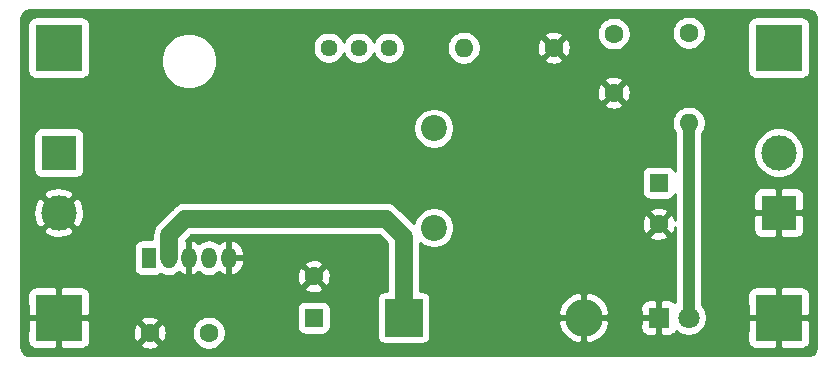
<source format=gbr>
%TF.GenerationSoftware,KiCad,Pcbnew,(5.1.10)-1*%
%TF.CreationDate,2021-09-01T14:56:24+02:00*%
%TF.ProjectId,Souvenir tesi,536f7576-656e-4697-9220-746573692e6b,rev?*%
%TF.SameCoordinates,Original*%
%TF.FileFunction,Copper,L2,Bot*%
%TF.FilePolarity,Positive*%
%FSLAX46Y46*%
G04 Gerber Fmt 4.6, Leading zero omitted, Abs format (unit mm)*
G04 Created by KiCad (PCBNEW (5.1.10)-1) date 2021-09-01 14:56:24*
%MOMM*%
%LPD*%
G01*
G04 APERTURE LIST*
%TA.AperFunction,ComponentPad*%
%ADD10C,1.600000*%
%TD*%
%TA.AperFunction,ComponentPad*%
%ADD11R,1.600000X1.600000*%
%TD*%
%TA.AperFunction,ComponentPad*%
%ADD12R,3.200000X3.200000*%
%TD*%
%TA.AperFunction,ComponentPad*%
%ADD13O,3.200000X3.200000*%
%TD*%
%TA.AperFunction,ComponentPad*%
%ADD14R,1.800000X1.800000*%
%TD*%
%TA.AperFunction,ComponentPad*%
%ADD15C,1.800000*%
%TD*%
%TA.AperFunction,ComponentPad*%
%ADD16C,2.200000*%
%TD*%
%TA.AperFunction,ComponentPad*%
%ADD17O,1.600000X1.600000*%
%TD*%
%TA.AperFunction,ComponentPad*%
%ADD18C,1.440000*%
%TD*%
%TA.AperFunction,ComponentPad*%
%ADD19R,1.275000X1.800000*%
%TD*%
%TA.AperFunction,ComponentPad*%
%ADD20O,1.275000X1.800000*%
%TD*%
%TA.AperFunction,ComponentPad*%
%ADD21R,3.000000X3.000000*%
%TD*%
%TA.AperFunction,ComponentPad*%
%ADD22C,3.000000*%
%TD*%
%TA.AperFunction,ComponentPad*%
%ADD23R,4.000000X4.000000*%
%TD*%
%TA.AperFunction,Conductor*%
%ADD24C,1.500000*%
%TD*%
%TA.AperFunction,Conductor*%
%ADD25C,1.000000*%
%TD*%
%TA.AperFunction,Conductor*%
%ADD26C,0.254000*%
%TD*%
%TA.AperFunction,Conductor*%
%ADD27C,0.100000*%
%TD*%
G04 APERTURE END LIST*
D10*
%TO.P,C4,2*%
%TO.N,GND*%
X151130000Y-105410000D03*
%TO.P,C4,1*%
%TO.N,OUT*%
X151130000Y-100410000D03*
%TD*%
D11*
%TO.P,C1,1*%
%TO.N,IN*%
X125730000Y-124460000D03*
D10*
%TO.P,C1,2*%
%TO.N,GND*%
X125730000Y-120960000D03*
%TD*%
%TO.P,C2,2*%
%TO.N,GND*%
X154940000Y-116530000D03*
D11*
%TO.P,C2,1*%
%TO.N,OUT*%
X154940000Y-113030000D03*
%TD*%
D10*
%TO.P,C3,1*%
%TO.N,IN*%
X116840000Y-125730000D03*
%TO.P,C3,2*%
%TO.N,GND*%
X111840000Y-125730000D03*
%TD*%
D12*
%TO.P,D1,1*%
%TO.N,Net-(D1-Pad1)*%
X133350000Y-124460000D03*
D13*
%TO.P,D1,2*%
%TO.N,GND*%
X148590000Y-124460000D03*
%TD*%
D14*
%TO.P,D2,1*%
%TO.N,GND*%
X154940000Y-124460000D03*
D15*
%TO.P,D2,2*%
%TO.N,Net-(D2-Pad2)*%
X157480000Y-124460000D03*
%TD*%
D16*
%TO.P,L1,1*%
%TO.N,Net-(D1-Pad1)*%
X135890000Y-116840000D03*
%TO.P,L1,2*%
%TO.N,OUT*%
X135890000Y-108440000D03*
%TD*%
D17*
%TO.P,R1,2*%
%TO.N,Net-(D2-Pad2)*%
X157480000Y-107950000D03*
D10*
%TO.P,R1,1*%
%TO.N,OUT*%
X157480000Y-100330000D03*
%TD*%
%TO.P,R2,1*%
%TO.N,GND*%
X146050000Y-101600000D03*
D17*
%TO.P,R2,2*%
%TO.N,Net-(R2-Pad2)*%
X138430000Y-101600000D03*
%TD*%
D18*
%TO.P,ADJ,1*%
%TO.N,Net-(R2-Pad2)*%
X132080000Y-101600000D03*
%TO.P,ADJ,2*%
X129540000Y-101600000D03*
%TO.P,ADJ,3*%
%TO.N,OUT*%
X127000000Y-101600000D03*
%TD*%
D19*
%TO.P,U1,1*%
%TO.N,IN*%
X111760000Y-119380000D03*
D20*
%TO.P,U1,2*%
%TO.N,Net-(D1-Pad1)*%
X113460000Y-119380000D03*
%TO.P,U1,3*%
%TO.N,GND*%
X115160000Y-119380000D03*
%TO.P,U1,4*%
%TO.N,Net-(R2-Pad2)*%
X116860000Y-119380000D03*
%TO.P,U1,5*%
%TO.N,GND*%
X118560000Y-119380000D03*
%TD*%
D21*
%TO.P,J1,1*%
%TO.N,IN*%
X104140000Y-110490000D03*
D22*
%TO.P,J1,2*%
%TO.N,GND*%
X104140000Y-115570000D03*
%TD*%
%TO.P,J2,2*%
%TO.N,OUT*%
X165100000Y-110490000D03*
D21*
%TO.P,J2,1*%
%TO.N,GND*%
X165100000Y-115570000D03*
%TD*%
D23*
%TO.P,IN+,1*%
%TO.N,IN*%
X104140000Y-101600000D03*
%TD*%
%TO.P,OUT+,1*%
%TO.N,OUT*%
X165100000Y-101600000D03*
%TD*%
%TO.P,IN-,1*%
%TO.N,GND*%
X104140000Y-124460000D03*
%TD*%
%TO.P,OUT-,1*%
%TO.N,GND*%
X165100000Y-124460000D03*
%TD*%
D24*
%TO.N,Net-(D1-Pad1)*%
X113460000Y-119380000D02*
X113460000Y-117426000D01*
X113460000Y-117426000D02*
X114808000Y-116078000D01*
X114808000Y-116078000D02*
X131826000Y-116078000D01*
X133350000Y-117602000D02*
X133350000Y-124460000D01*
X131826000Y-116078000D02*
X133350000Y-117602000D01*
D25*
%TO.N,Net-(D2-Pad2)*%
X157480000Y-107950000D02*
X157480000Y-124460000D01*
%TD*%
D26*
%TO.N,GND*%
X167757869Y-98464722D02*
X167871246Y-98498953D01*
X167975819Y-98554555D01*
X168067596Y-98629407D01*
X168143091Y-98720664D01*
X168199419Y-98824844D01*
X168234440Y-98937976D01*
X168250000Y-99086022D01*
X168250001Y-126967711D01*
X168235278Y-127117869D01*
X168201047Y-127231246D01*
X168145446Y-127335817D01*
X168070594Y-127427595D01*
X167979335Y-127503091D01*
X167875160Y-127559419D01*
X167762024Y-127594440D01*
X167613979Y-127610000D01*
X101632279Y-127610000D01*
X101482131Y-127595278D01*
X101368754Y-127561047D01*
X101264183Y-127505446D01*
X101172405Y-127430594D01*
X101096909Y-127339335D01*
X101040581Y-127235160D01*
X101005560Y-127122024D01*
X100990000Y-126973979D01*
X100990000Y-126460000D01*
X101501928Y-126460000D01*
X101514188Y-126584482D01*
X101550498Y-126704180D01*
X101609463Y-126814494D01*
X101688815Y-126911185D01*
X101785506Y-126990537D01*
X101895820Y-127049502D01*
X102015518Y-127085812D01*
X102140000Y-127098072D01*
X103854250Y-127095000D01*
X104013000Y-126936250D01*
X104013000Y-124587000D01*
X104267000Y-124587000D01*
X104267000Y-126936250D01*
X104425750Y-127095000D01*
X106140000Y-127098072D01*
X106264482Y-127085812D01*
X106384180Y-127049502D01*
X106494494Y-126990537D01*
X106591185Y-126911185D01*
X106670537Y-126814494D01*
X106719601Y-126722702D01*
X111026903Y-126722702D01*
X111098486Y-126966671D01*
X111353996Y-127087571D01*
X111628184Y-127156300D01*
X111910512Y-127170217D01*
X112190130Y-127128787D01*
X112456292Y-127033603D01*
X112581514Y-126966671D01*
X112653097Y-126722702D01*
X111840000Y-125909605D01*
X111026903Y-126722702D01*
X106719601Y-126722702D01*
X106729502Y-126704180D01*
X106765812Y-126584482D01*
X106778072Y-126460000D01*
X106776891Y-125800512D01*
X110399783Y-125800512D01*
X110441213Y-126080130D01*
X110536397Y-126346292D01*
X110603329Y-126471514D01*
X110847298Y-126543097D01*
X111660395Y-125730000D01*
X112019605Y-125730000D01*
X112832702Y-126543097D01*
X113076671Y-126471514D01*
X113197571Y-126216004D01*
X113266300Y-125941816D01*
X113280217Y-125659488D01*
X113269724Y-125588665D01*
X115405000Y-125588665D01*
X115405000Y-125871335D01*
X115460147Y-126148574D01*
X115568320Y-126409727D01*
X115725363Y-126644759D01*
X115925241Y-126844637D01*
X116160273Y-127001680D01*
X116421426Y-127109853D01*
X116698665Y-127165000D01*
X116981335Y-127165000D01*
X117258574Y-127109853D01*
X117519727Y-127001680D01*
X117754759Y-126844637D01*
X117954637Y-126644759D01*
X118111680Y-126409727D01*
X118219853Y-126148574D01*
X118275000Y-125871335D01*
X118275000Y-125588665D01*
X118219853Y-125311426D01*
X118111680Y-125050273D01*
X117954637Y-124815241D01*
X117754759Y-124615363D01*
X117519727Y-124458320D01*
X117258574Y-124350147D01*
X116981335Y-124295000D01*
X116698665Y-124295000D01*
X116421426Y-124350147D01*
X116160273Y-124458320D01*
X115925241Y-124615363D01*
X115725363Y-124815241D01*
X115568320Y-125050273D01*
X115460147Y-125311426D01*
X115405000Y-125588665D01*
X113269724Y-125588665D01*
X113238787Y-125379870D01*
X113143603Y-125113708D01*
X113076671Y-124988486D01*
X112832702Y-124916903D01*
X112019605Y-125730000D01*
X111660395Y-125730000D01*
X110847298Y-124916903D01*
X110603329Y-124988486D01*
X110482429Y-125243996D01*
X110413700Y-125518184D01*
X110399783Y-125800512D01*
X106776891Y-125800512D01*
X106775000Y-124745750D01*
X106766548Y-124737298D01*
X111026903Y-124737298D01*
X111840000Y-125550395D01*
X112653097Y-124737298D01*
X112581514Y-124493329D01*
X112326004Y-124372429D01*
X112051816Y-124303700D01*
X111769488Y-124289783D01*
X111489870Y-124331213D01*
X111223708Y-124426397D01*
X111098486Y-124493329D01*
X111026903Y-124737298D01*
X106766548Y-124737298D01*
X106616250Y-124587000D01*
X104267000Y-124587000D01*
X104013000Y-124587000D01*
X101663750Y-124587000D01*
X101505000Y-124745750D01*
X101501928Y-126460000D01*
X100990000Y-126460000D01*
X100990000Y-122460000D01*
X101501928Y-122460000D01*
X101505000Y-124174250D01*
X101663750Y-124333000D01*
X104013000Y-124333000D01*
X104013000Y-121983750D01*
X104267000Y-121983750D01*
X104267000Y-124333000D01*
X106616250Y-124333000D01*
X106775000Y-124174250D01*
X106775921Y-123660000D01*
X124291928Y-123660000D01*
X124291928Y-125260000D01*
X124304188Y-125384482D01*
X124340498Y-125504180D01*
X124399463Y-125614494D01*
X124478815Y-125711185D01*
X124575506Y-125790537D01*
X124685820Y-125849502D01*
X124805518Y-125885812D01*
X124930000Y-125898072D01*
X126530000Y-125898072D01*
X126654482Y-125885812D01*
X126774180Y-125849502D01*
X126884494Y-125790537D01*
X126981185Y-125711185D01*
X127060537Y-125614494D01*
X127119502Y-125504180D01*
X127155812Y-125384482D01*
X127168072Y-125260000D01*
X127168072Y-123660000D01*
X127155812Y-123535518D01*
X127119502Y-123415820D01*
X127060537Y-123305506D01*
X126981185Y-123208815D01*
X126884494Y-123129463D01*
X126774180Y-123070498D01*
X126654482Y-123034188D01*
X126530000Y-123021928D01*
X124930000Y-123021928D01*
X124805518Y-123034188D01*
X124685820Y-123070498D01*
X124575506Y-123129463D01*
X124478815Y-123208815D01*
X124399463Y-123305506D01*
X124340498Y-123415820D01*
X124304188Y-123535518D01*
X124291928Y-123660000D01*
X106775921Y-123660000D01*
X106778072Y-122460000D01*
X106765812Y-122335518D01*
X106729502Y-122215820D01*
X106670537Y-122105506D01*
X106591185Y-122008815D01*
X106522811Y-121952702D01*
X124916903Y-121952702D01*
X124988486Y-122196671D01*
X125243996Y-122317571D01*
X125518184Y-122386300D01*
X125800512Y-122400217D01*
X126080130Y-122358787D01*
X126346292Y-122263603D01*
X126471514Y-122196671D01*
X126543097Y-121952702D01*
X125730000Y-121139605D01*
X124916903Y-121952702D01*
X106522811Y-121952702D01*
X106494494Y-121929463D01*
X106384180Y-121870498D01*
X106264482Y-121834188D01*
X106140000Y-121821928D01*
X104425750Y-121825000D01*
X104267000Y-121983750D01*
X104013000Y-121983750D01*
X103854250Y-121825000D01*
X102140000Y-121821928D01*
X102015518Y-121834188D01*
X101895820Y-121870498D01*
X101785506Y-121929463D01*
X101688815Y-122008815D01*
X101609463Y-122105506D01*
X101550498Y-122215820D01*
X101514188Y-122335518D01*
X101501928Y-122460000D01*
X100990000Y-122460000D01*
X100990000Y-121030512D01*
X124289783Y-121030512D01*
X124331213Y-121310130D01*
X124426397Y-121576292D01*
X124493329Y-121701514D01*
X124737298Y-121773097D01*
X125550395Y-120960000D01*
X125909605Y-120960000D01*
X126722702Y-121773097D01*
X126966671Y-121701514D01*
X127087571Y-121446004D01*
X127156300Y-121171816D01*
X127170217Y-120889488D01*
X127128787Y-120609870D01*
X127033603Y-120343708D01*
X126966671Y-120218486D01*
X126722702Y-120146903D01*
X125909605Y-120960000D01*
X125550395Y-120960000D01*
X124737298Y-120146903D01*
X124493329Y-120218486D01*
X124372429Y-120473996D01*
X124303700Y-120748184D01*
X124289783Y-121030512D01*
X100990000Y-121030512D01*
X100990000Y-118480000D01*
X110484428Y-118480000D01*
X110484428Y-120280000D01*
X110496688Y-120404482D01*
X110532998Y-120524180D01*
X110591963Y-120634494D01*
X110671315Y-120731185D01*
X110768006Y-120810537D01*
X110878320Y-120869502D01*
X110998018Y-120905812D01*
X111122500Y-120918072D01*
X112397500Y-120918072D01*
X112521982Y-120905812D01*
X112641680Y-120869502D01*
X112751994Y-120810537D01*
X112828443Y-120747797D01*
X112970680Y-120823825D01*
X113210547Y-120896588D01*
X113460000Y-120921157D01*
X113709454Y-120896588D01*
X113949321Y-120823825D01*
X114170384Y-120705664D01*
X114309392Y-120591583D01*
X114350009Y-120632095D01*
X114558633Y-120771102D01*
X114790367Y-120866737D01*
X114836495Y-120873191D01*
X115033000Y-120748985D01*
X115033000Y-119507000D01*
X115013000Y-119507000D01*
X115013000Y-119253000D01*
X115033000Y-119253000D01*
X115033000Y-118011015D01*
X115287000Y-118011015D01*
X115287000Y-119253000D01*
X115307000Y-119253000D01*
X115307000Y-119507000D01*
X115287000Y-119507000D01*
X115287000Y-120748985D01*
X115483505Y-120873191D01*
X115529633Y-120866737D01*
X115761367Y-120771102D01*
X115969991Y-120632095D01*
X116010609Y-120591583D01*
X116149617Y-120705664D01*
X116370680Y-120823825D01*
X116610547Y-120896588D01*
X116860000Y-120921157D01*
X117109454Y-120896588D01*
X117349321Y-120823825D01*
X117570384Y-120705664D01*
X117709392Y-120591583D01*
X117750009Y-120632095D01*
X117958633Y-120771102D01*
X118190367Y-120866737D01*
X118236495Y-120873191D01*
X118433000Y-120748985D01*
X118433000Y-119507000D01*
X118687000Y-119507000D01*
X118687000Y-120748985D01*
X118883505Y-120873191D01*
X118929633Y-120866737D01*
X119161367Y-120771102D01*
X119369991Y-120632095D01*
X119547488Y-120455059D01*
X119687036Y-120246797D01*
X119783273Y-120015312D01*
X119792888Y-119967298D01*
X124916903Y-119967298D01*
X125730000Y-120780395D01*
X126543097Y-119967298D01*
X126471514Y-119723329D01*
X126216004Y-119602429D01*
X125941816Y-119533700D01*
X125659488Y-119519783D01*
X125379870Y-119561213D01*
X125113708Y-119656397D01*
X124988486Y-119723329D01*
X124916903Y-119967298D01*
X119792888Y-119967298D01*
X119832500Y-119769500D01*
X119832500Y-119507000D01*
X118687000Y-119507000D01*
X118433000Y-119507000D01*
X118413000Y-119507000D01*
X118413000Y-119253000D01*
X118433000Y-119253000D01*
X118433000Y-118011015D01*
X118687000Y-118011015D01*
X118687000Y-119253000D01*
X119832500Y-119253000D01*
X119832500Y-118990500D01*
X119783273Y-118744688D01*
X119687036Y-118513203D01*
X119547488Y-118304941D01*
X119369991Y-118127905D01*
X119161367Y-117988898D01*
X118929633Y-117893263D01*
X118883505Y-117886809D01*
X118687000Y-118011015D01*
X118433000Y-118011015D01*
X118236495Y-117886809D01*
X118190367Y-117893263D01*
X117958633Y-117988898D01*
X117750009Y-118127905D01*
X117709392Y-118168417D01*
X117570383Y-118054336D01*
X117349320Y-117936175D01*
X117109453Y-117863412D01*
X116860000Y-117838843D01*
X116610546Y-117863412D01*
X116370679Y-117936175D01*
X116149616Y-118054336D01*
X116010608Y-118168417D01*
X115969991Y-118127905D01*
X115761367Y-117988898D01*
X115529633Y-117893263D01*
X115483505Y-117886809D01*
X115287000Y-118011015D01*
X115033000Y-118011015D01*
X114910867Y-117933818D01*
X115381686Y-117463000D01*
X131252315Y-117463000D01*
X131965000Y-118175685D01*
X131965001Y-122221928D01*
X131750000Y-122221928D01*
X131625518Y-122234188D01*
X131505820Y-122270498D01*
X131395506Y-122329463D01*
X131298815Y-122408815D01*
X131219463Y-122505506D01*
X131160498Y-122615820D01*
X131124188Y-122735518D01*
X131111928Y-122860000D01*
X131111928Y-126060000D01*
X131124188Y-126184482D01*
X131160498Y-126304180D01*
X131219463Y-126414494D01*
X131298815Y-126511185D01*
X131395506Y-126590537D01*
X131505820Y-126649502D01*
X131625518Y-126685812D01*
X131750000Y-126698072D01*
X134950000Y-126698072D01*
X135074482Y-126685812D01*
X135194180Y-126649502D01*
X135304494Y-126590537D01*
X135401185Y-126511185D01*
X135480537Y-126414494D01*
X135539502Y-126304180D01*
X135575812Y-126184482D01*
X135588072Y-126060000D01*
X135588072Y-124934503D01*
X146405950Y-124934503D01*
X146510407Y-125278861D01*
X146710118Y-125668835D01*
X146982071Y-126012354D01*
X147315816Y-126296217D01*
X147698527Y-126509516D01*
X148115497Y-126644053D01*
X148463000Y-126532642D01*
X148463000Y-124587000D01*
X148717000Y-124587000D01*
X148717000Y-126532642D01*
X149064503Y-126644053D01*
X149481473Y-126509516D01*
X149570316Y-126460000D01*
X162461928Y-126460000D01*
X162474188Y-126584482D01*
X162510498Y-126704180D01*
X162569463Y-126814494D01*
X162648815Y-126911185D01*
X162745506Y-126990537D01*
X162855820Y-127049502D01*
X162975518Y-127085812D01*
X163100000Y-127098072D01*
X164814250Y-127095000D01*
X164973000Y-126936250D01*
X164973000Y-124587000D01*
X165227000Y-124587000D01*
X165227000Y-126936250D01*
X165385750Y-127095000D01*
X167100000Y-127098072D01*
X167224482Y-127085812D01*
X167344180Y-127049502D01*
X167454494Y-126990537D01*
X167551185Y-126911185D01*
X167630537Y-126814494D01*
X167689502Y-126704180D01*
X167725812Y-126584482D01*
X167738072Y-126460000D01*
X167735000Y-124745750D01*
X167576250Y-124587000D01*
X165227000Y-124587000D01*
X164973000Y-124587000D01*
X162623750Y-124587000D01*
X162465000Y-124745750D01*
X162461928Y-126460000D01*
X149570316Y-126460000D01*
X149864184Y-126296217D01*
X150197929Y-126012354D01*
X150469882Y-125668835D01*
X150628040Y-125360000D01*
X153401928Y-125360000D01*
X153414188Y-125484482D01*
X153450498Y-125604180D01*
X153509463Y-125714494D01*
X153588815Y-125811185D01*
X153685506Y-125890537D01*
X153795820Y-125949502D01*
X153915518Y-125985812D01*
X154040000Y-125998072D01*
X154654250Y-125995000D01*
X154813000Y-125836250D01*
X154813000Y-124587000D01*
X153563750Y-124587000D01*
X153405000Y-124745750D01*
X153401928Y-125360000D01*
X150628040Y-125360000D01*
X150669593Y-125278861D01*
X150774050Y-124934503D01*
X150662362Y-124587000D01*
X148717000Y-124587000D01*
X148463000Y-124587000D01*
X146517638Y-124587000D01*
X146405950Y-124934503D01*
X135588072Y-124934503D01*
X135588072Y-123985497D01*
X146405950Y-123985497D01*
X146517638Y-124333000D01*
X148463000Y-124333000D01*
X148463000Y-122387358D01*
X148717000Y-122387358D01*
X148717000Y-124333000D01*
X150662362Y-124333000D01*
X150774050Y-123985497D01*
X150669593Y-123641139D01*
X150628041Y-123560000D01*
X153401928Y-123560000D01*
X153405000Y-124174250D01*
X153563750Y-124333000D01*
X154813000Y-124333000D01*
X154813000Y-123083750D01*
X154654250Y-122925000D01*
X154040000Y-122921928D01*
X153915518Y-122934188D01*
X153795820Y-122970498D01*
X153685506Y-123029463D01*
X153588815Y-123108815D01*
X153509463Y-123205506D01*
X153450498Y-123315820D01*
X153414188Y-123435518D01*
X153401928Y-123560000D01*
X150628041Y-123560000D01*
X150469882Y-123251165D01*
X150197929Y-122907646D01*
X149864184Y-122623783D01*
X149481473Y-122410484D01*
X149064503Y-122275947D01*
X148717000Y-122387358D01*
X148463000Y-122387358D01*
X148115497Y-122275947D01*
X147698527Y-122410484D01*
X147315816Y-122623783D01*
X146982071Y-122907646D01*
X146710118Y-123251165D01*
X146510407Y-123641139D01*
X146405950Y-123985497D01*
X135588072Y-123985497D01*
X135588072Y-122860000D01*
X135575812Y-122735518D01*
X135539502Y-122615820D01*
X135480537Y-122505506D01*
X135401185Y-122408815D01*
X135304494Y-122329463D01*
X135194180Y-122270498D01*
X135074482Y-122234188D01*
X134950000Y-122221928D01*
X134735000Y-122221928D01*
X134735000Y-118138661D01*
X134784002Y-118187663D01*
X135068169Y-118377537D01*
X135383919Y-118508325D01*
X135719117Y-118575000D01*
X136060883Y-118575000D01*
X136396081Y-118508325D01*
X136711831Y-118377537D01*
X136995998Y-118187663D01*
X137237663Y-117945998D01*
X137427537Y-117661831D01*
X137485166Y-117522702D01*
X154126903Y-117522702D01*
X154198486Y-117766671D01*
X154453996Y-117887571D01*
X154728184Y-117956300D01*
X155010512Y-117970217D01*
X155290130Y-117928787D01*
X155556292Y-117833603D01*
X155681514Y-117766671D01*
X155753097Y-117522702D01*
X154940000Y-116709605D01*
X154126903Y-117522702D01*
X137485166Y-117522702D01*
X137558325Y-117346081D01*
X137625000Y-117010883D01*
X137625000Y-116669117D01*
X137611354Y-116600512D01*
X153499783Y-116600512D01*
X153541213Y-116880130D01*
X153636397Y-117146292D01*
X153703329Y-117271514D01*
X153947298Y-117343097D01*
X154760395Y-116530000D01*
X153947298Y-115716903D01*
X153703329Y-115788486D01*
X153582429Y-116043996D01*
X153513700Y-116318184D01*
X153499783Y-116600512D01*
X137611354Y-116600512D01*
X137558325Y-116333919D01*
X137427537Y-116018169D01*
X137237663Y-115734002D01*
X137040959Y-115537298D01*
X154126903Y-115537298D01*
X154940000Y-116350395D01*
X155753097Y-115537298D01*
X155681514Y-115293329D01*
X155426004Y-115172429D01*
X155151816Y-115103700D01*
X154869488Y-115089783D01*
X154589870Y-115131213D01*
X154323708Y-115226397D01*
X154198486Y-115293329D01*
X154126903Y-115537298D01*
X137040959Y-115537298D01*
X136995998Y-115492337D01*
X136711831Y-115302463D01*
X136396081Y-115171675D01*
X136060883Y-115105000D01*
X135719117Y-115105000D01*
X135383919Y-115171675D01*
X135068169Y-115302463D01*
X134784002Y-115492337D01*
X134542337Y-115734002D01*
X134352463Y-116018169D01*
X134221675Y-116333919D01*
X134191633Y-116484948D01*
X132853454Y-115146769D01*
X132810081Y-115093919D01*
X132599188Y-114920843D01*
X132358581Y-114792236D01*
X132097507Y-114713040D01*
X131894037Y-114693000D01*
X131894029Y-114693000D01*
X131826000Y-114686300D01*
X131757971Y-114693000D01*
X114876029Y-114693000D01*
X114808000Y-114686300D01*
X114739971Y-114693000D01*
X114739963Y-114693000D01*
X114559892Y-114710735D01*
X114536492Y-114713040D01*
X114286927Y-114788745D01*
X114275419Y-114792236D01*
X114034812Y-114920843D01*
X113925108Y-115010875D01*
X113876766Y-115050548D01*
X113876764Y-115050550D01*
X113823919Y-115093919D01*
X113780550Y-115146764D01*
X112528764Y-116398551D01*
X112475920Y-116441919D01*
X112432551Y-116494764D01*
X112432548Y-116494767D01*
X112302844Y-116652812D01*
X112174236Y-116893420D01*
X112095040Y-117154493D01*
X112068300Y-117426000D01*
X112075001Y-117494039D01*
X112075001Y-117841928D01*
X111122500Y-117841928D01*
X110998018Y-117854188D01*
X110878320Y-117890498D01*
X110768006Y-117949463D01*
X110671315Y-118028815D01*
X110591963Y-118125506D01*
X110532998Y-118235820D01*
X110496688Y-118355518D01*
X110484428Y-118480000D01*
X100990000Y-118480000D01*
X100990000Y-117061653D01*
X102827952Y-117061653D01*
X102983962Y-117377214D01*
X103358745Y-117568020D01*
X103763551Y-117682044D01*
X104182824Y-117714902D01*
X104600451Y-117665334D01*
X105000383Y-117535243D01*
X105296038Y-117377214D01*
X105452048Y-117061653D01*
X104140000Y-115749605D01*
X102827952Y-117061653D01*
X100990000Y-117061653D01*
X100990000Y-115612824D01*
X101995098Y-115612824D01*
X102044666Y-116030451D01*
X102174757Y-116430383D01*
X102332786Y-116726038D01*
X102648347Y-116882048D01*
X103960395Y-115570000D01*
X104319605Y-115570000D01*
X105631653Y-116882048D01*
X105947214Y-116726038D01*
X106138020Y-116351255D01*
X106252044Y-115946449D01*
X106284902Y-115527176D01*
X106235334Y-115109549D01*
X106105243Y-114709617D01*
X105947214Y-114413962D01*
X105631653Y-114257952D01*
X104319605Y-115570000D01*
X103960395Y-115570000D01*
X102648347Y-114257952D01*
X102332786Y-114413962D01*
X102141980Y-114788745D01*
X102027956Y-115193551D01*
X101995098Y-115612824D01*
X100990000Y-115612824D01*
X100990000Y-114078347D01*
X102827952Y-114078347D01*
X104140000Y-115390395D01*
X105452048Y-114078347D01*
X105296038Y-113762786D01*
X104921255Y-113571980D01*
X104516449Y-113457956D01*
X104097176Y-113425098D01*
X103679549Y-113474666D01*
X103279617Y-113604757D01*
X102983962Y-113762786D01*
X102827952Y-114078347D01*
X100990000Y-114078347D01*
X100990000Y-108990000D01*
X102001928Y-108990000D01*
X102001928Y-111990000D01*
X102014188Y-112114482D01*
X102050498Y-112234180D01*
X102109463Y-112344494D01*
X102188815Y-112441185D01*
X102285506Y-112520537D01*
X102395820Y-112579502D01*
X102515518Y-112615812D01*
X102640000Y-112628072D01*
X105640000Y-112628072D01*
X105764482Y-112615812D01*
X105884180Y-112579502D01*
X105994494Y-112520537D01*
X106091185Y-112441185D01*
X106170537Y-112344494D01*
X106229502Y-112234180D01*
X106230769Y-112230000D01*
X153501928Y-112230000D01*
X153501928Y-113830000D01*
X153514188Y-113954482D01*
X153550498Y-114074180D01*
X153609463Y-114184494D01*
X153688815Y-114281185D01*
X153785506Y-114360537D01*
X153895820Y-114419502D01*
X154015518Y-114455812D01*
X154140000Y-114468072D01*
X155740000Y-114468072D01*
X155864482Y-114455812D01*
X155984180Y-114419502D01*
X156094494Y-114360537D01*
X156191185Y-114281185D01*
X156270537Y-114184494D01*
X156329502Y-114074180D01*
X156345000Y-114023089D01*
X156345001Y-116221806D01*
X156338787Y-116179870D01*
X156243603Y-115913708D01*
X156176671Y-115788486D01*
X155932702Y-115716903D01*
X155119605Y-116530000D01*
X155932702Y-117343097D01*
X156176671Y-117271514D01*
X156297571Y-117016004D01*
X156345001Y-116826788D01*
X156345001Y-123174390D01*
X156291185Y-123108815D01*
X156194494Y-123029463D01*
X156084180Y-122970498D01*
X155964482Y-122934188D01*
X155840000Y-122921928D01*
X155225750Y-122925000D01*
X155067000Y-123083750D01*
X155067000Y-124333000D01*
X155087000Y-124333000D01*
X155087000Y-124587000D01*
X155067000Y-124587000D01*
X155067000Y-125836250D01*
X155225750Y-125995000D01*
X155840000Y-125998072D01*
X155964482Y-125985812D01*
X156084180Y-125949502D01*
X156194494Y-125890537D01*
X156291185Y-125811185D01*
X156370537Y-125714494D01*
X156429502Y-125604180D01*
X156435056Y-125585873D01*
X156501495Y-125652312D01*
X156752905Y-125820299D01*
X157032257Y-125936011D01*
X157328816Y-125995000D01*
X157631184Y-125995000D01*
X157927743Y-125936011D01*
X158207095Y-125820299D01*
X158458505Y-125652312D01*
X158672312Y-125438505D01*
X158840299Y-125187095D01*
X158956011Y-124907743D01*
X159015000Y-124611184D01*
X159015000Y-124308816D01*
X158956011Y-124012257D01*
X158840299Y-123732905D01*
X158672312Y-123481495D01*
X158615000Y-123424183D01*
X158615000Y-122460000D01*
X162461928Y-122460000D01*
X162465000Y-124174250D01*
X162623750Y-124333000D01*
X164973000Y-124333000D01*
X164973000Y-121983750D01*
X165227000Y-121983750D01*
X165227000Y-124333000D01*
X167576250Y-124333000D01*
X167735000Y-124174250D01*
X167738072Y-122460000D01*
X167725812Y-122335518D01*
X167689502Y-122215820D01*
X167630537Y-122105506D01*
X167551185Y-122008815D01*
X167454494Y-121929463D01*
X167344180Y-121870498D01*
X167224482Y-121834188D01*
X167100000Y-121821928D01*
X165385750Y-121825000D01*
X165227000Y-121983750D01*
X164973000Y-121983750D01*
X164814250Y-121825000D01*
X163100000Y-121821928D01*
X162975518Y-121834188D01*
X162855820Y-121870498D01*
X162745506Y-121929463D01*
X162648815Y-122008815D01*
X162569463Y-122105506D01*
X162510498Y-122215820D01*
X162474188Y-122335518D01*
X162461928Y-122460000D01*
X158615000Y-122460000D01*
X158615000Y-117070000D01*
X162961928Y-117070000D01*
X162974188Y-117194482D01*
X163010498Y-117314180D01*
X163069463Y-117424494D01*
X163148815Y-117521185D01*
X163245506Y-117600537D01*
X163355820Y-117659502D01*
X163475518Y-117695812D01*
X163600000Y-117708072D01*
X164814250Y-117705000D01*
X164973000Y-117546250D01*
X164973000Y-115697000D01*
X165227000Y-115697000D01*
X165227000Y-117546250D01*
X165385750Y-117705000D01*
X166600000Y-117708072D01*
X166724482Y-117695812D01*
X166844180Y-117659502D01*
X166954494Y-117600537D01*
X167051185Y-117521185D01*
X167130537Y-117424494D01*
X167189502Y-117314180D01*
X167225812Y-117194482D01*
X167238072Y-117070000D01*
X167235000Y-115855750D01*
X167076250Y-115697000D01*
X165227000Y-115697000D01*
X164973000Y-115697000D01*
X163123750Y-115697000D01*
X162965000Y-115855750D01*
X162961928Y-117070000D01*
X158615000Y-117070000D01*
X158615000Y-114070000D01*
X162961928Y-114070000D01*
X162965000Y-115284250D01*
X163123750Y-115443000D01*
X164973000Y-115443000D01*
X164973000Y-113593750D01*
X165227000Y-113593750D01*
X165227000Y-115443000D01*
X167076250Y-115443000D01*
X167235000Y-115284250D01*
X167238072Y-114070000D01*
X167225812Y-113945518D01*
X167189502Y-113825820D01*
X167130537Y-113715506D01*
X167051185Y-113618815D01*
X166954494Y-113539463D01*
X166844180Y-113480498D01*
X166724482Y-113444188D01*
X166600000Y-113431928D01*
X165385750Y-113435000D01*
X165227000Y-113593750D01*
X164973000Y-113593750D01*
X164814250Y-113435000D01*
X163600000Y-113431928D01*
X163475518Y-113444188D01*
X163355820Y-113480498D01*
X163245506Y-113539463D01*
X163148815Y-113618815D01*
X163069463Y-113715506D01*
X163010498Y-113825820D01*
X162974188Y-113945518D01*
X162961928Y-114070000D01*
X158615000Y-114070000D01*
X158615000Y-110279721D01*
X162965000Y-110279721D01*
X162965000Y-110700279D01*
X163047047Y-111112756D01*
X163207988Y-111501302D01*
X163441637Y-111850983D01*
X163739017Y-112148363D01*
X164088698Y-112382012D01*
X164477244Y-112542953D01*
X164889721Y-112625000D01*
X165310279Y-112625000D01*
X165722756Y-112542953D01*
X166111302Y-112382012D01*
X166460983Y-112148363D01*
X166758363Y-111850983D01*
X166992012Y-111501302D01*
X167152953Y-111112756D01*
X167235000Y-110700279D01*
X167235000Y-110279721D01*
X167152953Y-109867244D01*
X166992012Y-109478698D01*
X166758363Y-109129017D01*
X166460983Y-108831637D01*
X166111302Y-108597988D01*
X165722756Y-108437047D01*
X165310279Y-108355000D01*
X164889721Y-108355000D01*
X164477244Y-108437047D01*
X164088698Y-108597988D01*
X163739017Y-108831637D01*
X163441637Y-109129017D01*
X163207988Y-109478698D01*
X163047047Y-109867244D01*
X162965000Y-110279721D01*
X158615000Y-110279721D01*
X158615000Y-108834284D01*
X158751680Y-108629727D01*
X158859853Y-108368574D01*
X158915000Y-108091335D01*
X158915000Y-107808665D01*
X158859853Y-107531426D01*
X158751680Y-107270273D01*
X158594637Y-107035241D01*
X158394759Y-106835363D01*
X158159727Y-106678320D01*
X157898574Y-106570147D01*
X157621335Y-106515000D01*
X157338665Y-106515000D01*
X157061426Y-106570147D01*
X156800273Y-106678320D01*
X156565241Y-106835363D01*
X156365363Y-107035241D01*
X156208320Y-107270273D01*
X156100147Y-107531426D01*
X156045000Y-107808665D01*
X156045000Y-108091335D01*
X156100147Y-108368574D01*
X156208320Y-108629727D01*
X156345000Y-108834284D01*
X156345000Y-112036911D01*
X156329502Y-111985820D01*
X156270537Y-111875506D01*
X156191185Y-111778815D01*
X156094494Y-111699463D01*
X155984180Y-111640498D01*
X155864482Y-111604188D01*
X155740000Y-111591928D01*
X154140000Y-111591928D01*
X154015518Y-111604188D01*
X153895820Y-111640498D01*
X153785506Y-111699463D01*
X153688815Y-111778815D01*
X153609463Y-111875506D01*
X153550498Y-111985820D01*
X153514188Y-112105518D01*
X153501928Y-112230000D01*
X106230769Y-112230000D01*
X106265812Y-112114482D01*
X106278072Y-111990000D01*
X106278072Y-108990000D01*
X106265812Y-108865518D01*
X106229502Y-108745820D01*
X106170537Y-108635506D01*
X106091185Y-108538815D01*
X105994494Y-108459463D01*
X105884180Y-108400498D01*
X105764482Y-108364188D01*
X105640000Y-108351928D01*
X102640000Y-108351928D01*
X102515518Y-108364188D01*
X102395820Y-108400498D01*
X102285506Y-108459463D01*
X102188815Y-108538815D01*
X102109463Y-108635506D01*
X102050498Y-108745820D01*
X102014188Y-108865518D01*
X102001928Y-108990000D01*
X100990000Y-108990000D01*
X100990000Y-108269117D01*
X134155000Y-108269117D01*
X134155000Y-108610883D01*
X134221675Y-108946081D01*
X134352463Y-109261831D01*
X134542337Y-109545998D01*
X134784002Y-109787663D01*
X135068169Y-109977537D01*
X135383919Y-110108325D01*
X135719117Y-110175000D01*
X136060883Y-110175000D01*
X136396081Y-110108325D01*
X136711831Y-109977537D01*
X136995998Y-109787663D01*
X137237663Y-109545998D01*
X137427537Y-109261831D01*
X137558325Y-108946081D01*
X137625000Y-108610883D01*
X137625000Y-108269117D01*
X137558325Y-107933919D01*
X137427537Y-107618169D01*
X137237663Y-107334002D01*
X136995998Y-107092337D01*
X136711831Y-106902463D01*
X136396081Y-106771675D01*
X136060883Y-106705000D01*
X135719117Y-106705000D01*
X135383919Y-106771675D01*
X135068169Y-106902463D01*
X134784002Y-107092337D01*
X134542337Y-107334002D01*
X134352463Y-107618169D01*
X134221675Y-107933919D01*
X134155000Y-108269117D01*
X100990000Y-108269117D01*
X100990000Y-106402702D01*
X150316903Y-106402702D01*
X150388486Y-106646671D01*
X150643996Y-106767571D01*
X150918184Y-106836300D01*
X151200512Y-106850217D01*
X151480130Y-106808787D01*
X151746292Y-106713603D01*
X151871514Y-106646671D01*
X151943097Y-106402702D01*
X151130000Y-105589605D01*
X150316903Y-106402702D01*
X100990000Y-106402702D01*
X100990000Y-105480512D01*
X149689783Y-105480512D01*
X149731213Y-105760130D01*
X149826397Y-106026292D01*
X149893329Y-106151514D01*
X150137298Y-106223097D01*
X150950395Y-105410000D01*
X151309605Y-105410000D01*
X152122702Y-106223097D01*
X152366671Y-106151514D01*
X152487571Y-105896004D01*
X152556300Y-105621816D01*
X152570217Y-105339488D01*
X152528787Y-105059870D01*
X152433603Y-104793708D01*
X152366671Y-104668486D01*
X152122702Y-104596903D01*
X151309605Y-105410000D01*
X150950395Y-105410000D01*
X150137298Y-104596903D01*
X149893329Y-104668486D01*
X149772429Y-104923996D01*
X149703700Y-105198184D01*
X149689783Y-105480512D01*
X100990000Y-105480512D01*
X100990000Y-99600000D01*
X101501928Y-99600000D01*
X101501928Y-103600000D01*
X101514188Y-103724482D01*
X101550498Y-103844180D01*
X101609463Y-103954494D01*
X101688815Y-104051185D01*
X101785506Y-104130537D01*
X101895820Y-104189502D01*
X102015518Y-104225812D01*
X102140000Y-104238072D01*
X106140000Y-104238072D01*
X106264482Y-104225812D01*
X106384180Y-104189502D01*
X106494494Y-104130537D01*
X106591185Y-104051185D01*
X106670537Y-103954494D01*
X106729502Y-103844180D01*
X106765812Y-103724482D01*
X106778072Y-103600000D01*
X106778072Y-102485098D01*
X112775000Y-102485098D01*
X112775000Y-102954902D01*
X112866654Y-103415679D01*
X113046440Y-103849721D01*
X113307450Y-104240349D01*
X113639651Y-104572550D01*
X114030279Y-104833560D01*
X114464321Y-105013346D01*
X114925098Y-105105000D01*
X115394902Y-105105000D01*
X115855679Y-105013346D01*
X116289721Y-104833560D01*
X116680349Y-104572550D01*
X116835601Y-104417298D01*
X150316903Y-104417298D01*
X151130000Y-105230395D01*
X151943097Y-104417298D01*
X151871514Y-104173329D01*
X151616004Y-104052429D01*
X151341816Y-103983700D01*
X151059488Y-103969783D01*
X150779870Y-104011213D01*
X150513708Y-104106397D01*
X150388486Y-104173329D01*
X150316903Y-104417298D01*
X116835601Y-104417298D01*
X117012550Y-104240349D01*
X117273560Y-103849721D01*
X117453346Y-103415679D01*
X117545000Y-102954902D01*
X117545000Y-102485098D01*
X117453346Y-102024321D01*
X117273560Y-101590279D01*
X117190883Y-101466544D01*
X125645000Y-101466544D01*
X125645000Y-101733456D01*
X125697072Y-101995239D01*
X125799215Y-102241833D01*
X125947503Y-102463762D01*
X126136238Y-102652497D01*
X126358167Y-102800785D01*
X126604761Y-102902928D01*
X126866544Y-102955000D01*
X127133456Y-102955000D01*
X127395239Y-102902928D01*
X127641833Y-102800785D01*
X127863762Y-102652497D01*
X128052497Y-102463762D01*
X128200785Y-102241833D01*
X128270000Y-102074734D01*
X128339215Y-102241833D01*
X128487503Y-102463762D01*
X128676238Y-102652497D01*
X128898167Y-102800785D01*
X129144761Y-102902928D01*
X129406544Y-102955000D01*
X129673456Y-102955000D01*
X129935239Y-102902928D01*
X130181833Y-102800785D01*
X130403762Y-102652497D01*
X130592497Y-102463762D01*
X130740785Y-102241833D01*
X130810000Y-102074734D01*
X130879215Y-102241833D01*
X131027503Y-102463762D01*
X131216238Y-102652497D01*
X131438167Y-102800785D01*
X131684761Y-102902928D01*
X131946544Y-102955000D01*
X132213456Y-102955000D01*
X132475239Y-102902928D01*
X132721833Y-102800785D01*
X132943762Y-102652497D01*
X133132497Y-102463762D01*
X133280785Y-102241833D01*
X133382928Y-101995239D01*
X133435000Y-101733456D01*
X133435000Y-101466544D01*
X133433433Y-101458665D01*
X136995000Y-101458665D01*
X136995000Y-101741335D01*
X137050147Y-102018574D01*
X137158320Y-102279727D01*
X137315363Y-102514759D01*
X137515241Y-102714637D01*
X137750273Y-102871680D01*
X138011426Y-102979853D01*
X138288665Y-103035000D01*
X138571335Y-103035000D01*
X138848574Y-102979853D01*
X139109727Y-102871680D01*
X139344759Y-102714637D01*
X139466694Y-102592702D01*
X145236903Y-102592702D01*
X145308486Y-102836671D01*
X145563996Y-102957571D01*
X145838184Y-103026300D01*
X146120512Y-103040217D01*
X146400130Y-102998787D01*
X146666292Y-102903603D01*
X146791514Y-102836671D01*
X146863097Y-102592702D01*
X146050000Y-101779605D01*
X145236903Y-102592702D01*
X139466694Y-102592702D01*
X139544637Y-102514759D01*
X139701680Y-102279727D01*
X139809853Y-102018574D01*
X139865000Y-101741335D01*
X139865000Y-101670512D01*
X144609783Y-101670512D01*
X144651213Y-101950130D01*
X144746397Y-102216292D01*
X144813329Y-102341514D01*
X145057298Y-102413097D01*
X145870395Y-101600000D01*
X146229605Y-101600000D01*
X147042702Y-102413097D01*
X147286671Y-102341514D01*
X147407571Y-102086004D01*
X147476300Y-101811816D01*
X147490217Y-101529488D01*
X147448787Y-101249870D01*
X147353603Y-100983708D01*
X147286671Y-100858486D01*
X147042702Y-100786903D01*
X146229605Y-101600000D01*
X145870395Y-101600000D01*
X145057298Y-100786903D01*
X144813329Y-100858486D01*
X144692429Y-101113996D01*
X144623700Y-101388184D01*
X144609783Y-101670512D01*
X139865000Y-101670512D01*
X139865000Y-101458665D01*
X139809853Y-101181426D01*
X139701680Y-100920273D01*
X139544637Y-100685241D01*
X139466694Y-100607298D01*
X145236903Y-100607298D01*
X146050000Y-101420395D01*
X146863097Y-100607298D01*
X146791514Y-100363329D01*
X146591452Y-100268665D01*
X149695000Y-100268665D01*
X149695000Y-100551335D01*
X149750147Y-100828574D01*
X149858320Y-101089727D01*
X150015363Y-101324759D01*
X150215241Y-101524637D01*
X150450273Y-101681680D01*
X150711426Y-101789853D01*
X150988665Y-101845000D01*
X151271335Y-101845000D01*
X151548574Y-101789853D01*
X151809727Y-101681680D01*
X152044759Y-101524637D01*
X152244637Y-101324759D01*
X152401680Y-101089727D01*
X152509853Y-100828574D01*
X152565000Y-100551335D01*
X152565000Y-100268665D01*
X152549087Y-100188665D01*
X156045000Y-100188665D01*
X156045000Y-100471335D01*
X156100147Y-100748574D01*
X156208320Y-101009727D01*
X156365363Y-101244759D01*
X156565241Y-101444637D01*
X156800273Y-101601680D01*
X157061426Y-101709853D01*
X157338665Y-101765000D01*
X157621335Y-101765000D01*
X157898574Y-101709853D01*
X158159727Y-101601680D01*
X158394759Y-101444637D01*
X158594637Y-101244759D01*
X158751680Y-101009727D01*
X158859853Y-100748574D01*
X158915000Y-100471335D01*
X158915000Y-100188665D01*
X158859853Y-99911426D01*
X158751680Y-99650273D01*
X158718089Y-99600000D01*
X162461928Y-99600000D01*
X162461928Y-103600000D01*
X162474188Y-103724482D01*
X162510498Y-103844180D01*
X162569463Y-103954494D01*
X162648815Y-104051185D01*
X162745506Y-104130537D01*
X162855820Y-104189502D01*
X162975518Y-104225812D01*
X163100000Y-104238072D01*
X167100000Y-104238072D01*
X167224482Y-104225812D01*
X167344180Y-104189502D01*
X167454494Y-104130537D01*
X167551185Y-104051185D01*
X167630537Y-103954494D01*
X167689502Y-103844180D01*
X167725812Y-103724482D01*
X167738072Y-103600000D01*
X167738072Y-99600000D01*
X167725812Y-99475518D01*
X167689502Y-99355820D01*
X167630537Y-99245506D01*
X167551185Y-99148815D01*
X167454494Y-99069463D01*
X167344180Y-99010498D01*
X167224482Y-98974188D01*
X167100000Y-98961928D01*
X163100000Y-98961928D01*
X162975518Y-98974188D01*
X162855820Y-99010498D01*
X162745506Y-99069463D01*
X162648815Y-99148815D01*
X162569463Y-99245506D01*
X162510498Y-99355820D01*
X162474188Y-99475518D01*
X162461928Y-99600000D01*
X158718089Y-99600000D01*
X158594637Y-99415241D01*
X158394759Y-99215363D01*
X158159727Y-99058320D01*
X157898574Y-98950147D01*
X157621335Y-98895000D01*
X157338665Y-98895000D01*
X157061426Y-98950147D01*
X156800273Y-99058320D01*
X156565241Y-99215363D01*
X156365363Y-99415241D01*
X156208320Y-99650273D01*
X156100147Y-99911426D01*
X156045000Y-100188665D01*
X152549087Y-100188665D01*
X152509853Y-99991426D01*
X152401680Y-99730273D01*
X152244637Y-99495241D01*
X152044759Y-99295363D01*
X151809727Y-99138320D01*
X151548574Y-99030147D01*
X151271335Y-98975000D01*
X150988665Y-98975000D01*
X150711426Y-99030147D01*
X150450273Y-99138320D01*
X150215241Y-99295363D01*
X150015363Y-99495241D01*
X149858320Y-99730273D01*
X149750147Y-99991426D01*
X149695000Y-100268665D01*
X146591452Y-100268665D01*
X146536004Y-100242429D01*
X146261816Y-100173700D01*
X145979488Y-100159783D01*
X145699870Y-100201213D01*
X145433708Y-100296397D01*
X145308486Y-100363329D01*
X145236903Y-100607298D01*
X139466694Y-100607298D01*
X139344759Y-100485363D01*
X139109727Y-100328320D01*
X138848574Y-100220147D01*
X138571335Y-100165000D01*
X138288665Y-100165000D01*
X138011426Y-100220147D01*
X137750273Y-100328320D01*
X137515241Y-100485363D01*
X137315363Y-100685241D01*
X137158320Y-100920273D01*
X137050147Y-101181426D01*
X136995000Y-101458665D01*
X133433433Y-101458665D01*
X133382928Y-101204761D01*
X133280785Y-100958167D01*
X133132497Y-100736238D01*
X132943762Y-100547503D01*
X132721833Y-100399215D01*
X132475239Y-100297072D01*
X132213456Y-100245000D01*
X131946544Y-100245000D01*
X131684761Y-100297072D01*
X131438167Y-100399215D01*
X131216238Y-100547503D01*
X131027503Y-100736238D01*
X130879215Y-100958167D01*
X130810000Y-101125266D01*
X130740785Y-100958167D01*
X130592497Y-100736238D01*
X130403762Y-100547503D01*
X130181833Y-100399215D01*
X129935239Y-100297072D01*
X129673456Y-100245000D01*
X129406544Y-100245000D01*
X129144761Y-100297072D01*
X128898167Y-100399215D01*
X128676238Y-100547503D01*
X128487503Y-100736238D01*
X128339215Y-100958167D01*
X128270000Y-101125266D01*
X128200785Y-100958167D01*
X128052497Y-100736238D01*
X127863762Y-100547503D01*
X127641833Y-100399215D01*
X127395239Y-100297072D01*
X127133456Y-100245000D01*
X126866544Y-100245000D01*
X126604761Y-100297072D01*
X126358167Y-100399215D01*
X126136238Y-100547503D01*
X125947503Y-100736238D01*
X125799215Y-100958167D01*
X125697072Y-101204761D01*
X125645000Y-101466544D01*
X117190883Y-101466544D01*
X117012550Y-101199651D01*
X116680349Y-100867450D01*
X116289721Y-100606440D01*
X115855679Y-100426654D01*
X115394902Y-100335000D01*
X114925098Y-100335000D01*
X114464321Y-100426654D01*
X114030279Y-100606440D01*
X113639651Y-100867450D01*
X113307450Y-101199651D01*
X113046440Y-101590279D01*
X112866654Y-102024321D01*
X112775000Y-102485098D01*
X106778072Y-102485098D01*
X106778072Y-99600000D01*
X106765812Y-99475518D01*
X106729502Y-99355820D01*
X106670537Y-99245506D01*
X106591185Y-99148815D01*
X106494494Y-99069463D01*
X106384180Y-99010498D01*
X106264482Y-98974188D01*
X106140000Y-98961928D01*
X102140000Y-98961928D01*
X102015518Y-98974188D01*
X101895820Y-99010498D01*
X101785506Y-99069463D01*
X101688815Y-99148815D01*
X101609463Y-99245506D01*
X101550498Y-99355820D01*
X101514188Y-99475518D01*
X101501928Y-99600000D01*
X100990000Y-99600000D01*
X100990000Y-99092279D01*
X101004722Y-98942131D01*
X101038953Y-98828754D01*
X101094555Y-98724181D01*
X101169407Y-98632404D01*
X101260664Y-98556909D01*
X101364844Y-98500581D01*
X101477976Y-98465560D01*
X101626022Y-98450000D01*
X167607721Y-98450000D01*
X167757869Y-98464722D01*
%TA.AperFunction,Conductor*%
D27*
G36*
X167757869Y-98464722D02*
G01*
X167871246Y-98498953D01*
X167975819Y-98554555D01*
X168067596Y-98629407D01*
X168143091Y-98720664D01*
X168199419Y-98824844D01*
X168234440Y-98937976D01*
X168250000Y-99086022D01*
X168250001Y-126967711D01*
X168235278Y-127117869D01*
X168201047Y-127231246D01*
X168145446Y-127335817D01*
X168070594Y-127427595D01*
X167979335Y-127503091D01*
X167875160Y-127559419D01*
X167762024Y-127594440D01*
X167613979Y-127610000D01*
X101632279Y-127610000D01*
X101482131Y-127595278D01*
X101368754Y-127561047D01*
X101264183Y-127505446D01*
X101172405Y-127430594D01*
X101096909Y-127339335D01*
X101040581Y-127235160D01*
X101005560Y-127122024D01*
X100990000Y-126973979D01*
X100990000Y-126460000D01*
X101501928Y-126460000D01*
X101514188Y-126584482D01*
X101550498Y-126704180D01*
X101609463Y-126814494D01*
X101688815Y-126911185D01*
X101785506Y-126990537D01*
X101895820Y-127049502D01*
X102015518Y-127085812D01*
X102140000Y-127098072D01*
X103854250Y-127095000D01*
X104013000Y-126936250D01*
X104013000Y-124587000D01*
X104267000Y-124587000D01*
X104267000Y-126936250D01*
X104425750Y-127095000D01*
X106140000Y-127098072D01*
X106264482Y-127085812D01*
X106384180Y-127049502D01*
X106494494Y-126990537D01*
X106591185Y-126911185D01*
X106670537Y-126814494D01*
X106719601Y-126722702D01*
X111026903Y-126722702D01*
X111098486Y-126966671D01*
X111353996Y-127087571D01*
X111628184Y-127156300D01*
X111910512Y-127170217D01*
X112190130Y-127128787D01*
X112456292Y-127033603D01*
X112581514Y-126966671D01*
X112653097Y-126722702D01*
X111840000Y-125909605D01*
X111026903Y-126722702D01*
X106719601Y-126722702D01*
X106729502Y-126704180D01*
X106765812Y-126584482D01*
X106778072Y-126460000D01*
X106776891Y-125800512D01*
X110399783Y-125800512D01*
X110441213Y-126080130D01*
X110536397Y-126346292D01*
X110603329Y-126471514D01*
X110847298Y-126543097D01*
X111660395Y-125730000D01*
X112019605Y-125730000D01*
X112832702Y-126543097D01*
X113076671Y-126471514D01*
X113197571Y-126216004D01*
X113266300Y-125941816D01*
X113280217Y-125659488D01*
X113269724Y-125588665D01*
X115405000Y-125588665D01*
X115405000Y-125871335D01*
X115460147Y-126148574D01*
X115568320Y-126409727D01*
X115725363Y-126644759D01*
X115925241Y-126844637D01*
X116160273Y-127001680D01*
X116421426Y-127109853D01*
X116698665Y-127165000D01*
X116981335Y-127165000D01*
X117258574Y-127109853D01*
X117519727Y-127001680D01*
X117754759Y-126844637D01*
X117954637Y-126644759D01*
X118111680Y-126409727D01*
X118219853Y-126148574D01*
X118275000Y-125871335D01*
X118275000Y-125588665D01*
X118219853Y-125311426D01*
X118111680Y-125050273D01*
X117954637Y-124815241D01*
X117754759Y-124615363D01*
X117519727Y-124458320D01*
X117258574Y-124350147D01*
X116981335Y-124295000D01*
X116698665Y-124295000D01*
X116421426Y-124350147D01*
X116160273Y-124458320D01*
X115925241Y-124615363D01*
X115725363Y-124815241D01*
X115568320Y-125050273D01*
X115460147Y-125311426D01*
X115405000Y-125588665D01*
X113269724Y-125588665D01*
X113238787Y-125379870D01*
X113143603Y-125113708D01*
X113076671Y-124988486D01*
X112832702Y-124916903D01*
X112019605Y-125730000D01*
X111660395Y-125730000D01*
X110847298Y-124916903D01*
X110603329Y-124988486D01*
X110482429Y-125243996D01*
X110413700Y-125518184D01*
X110399783Y-125800512D01*
X106776891Y-125800512D01*
X106775000Y-124745750D01*
X106766548Y-124737298D01*
X111026903Y-124737298D01*
X111840000Y-125550395D01*
X112653097Y-124737298D01*
X112581514Y-124493329D01*
X112326004Y-124372429D01*
X112051816Y-124303700D01*
X111769488Y-124289783D01*
X111489870Y-124331213D01*
X111223708Y-124426397D01*
X111098486Y-124493329D01*
X111026903Y-124737298D01*
X106766548Y-124737298D01*
X106616250Y-124587000D01*
X104267000Y-124587000D01*
X104013000Y-124587000D01*
X101663750Y-124587000D01*
X101505000Y-124745750D01*
X101501928Y-126460000D01*
X100990000Y-126460000D01*
X100990000Y-122460000D01*
X101501928Y-122460000D01*
X101505000Y-124174250D01*
X101663750Y-124333000D01*
X104013000Y-124333000D01*
X104013000Y-121983750D01*
X104267000Y-121983750D01*
X104267000Y-124333000D01*
X106616250Y-124333000D01*
X106775000Y-124174250D01*
X106775921Y-123660000D01*
X124291928Y-123660000D01*
X124291928Y-125260000D01*
X124304188Y-125384482D01*
X124340498Y-125504180D01*
X124399463Y-125614494D01*
X124478815Y-125711185D01*
X124575506Y-125790537D01*
X124685820Y-125849502D01*
X124805518Y-125885812D01*
X124930000Y-125898072D01*
X126530000Y-125898072D01*
X126654482Y-125885812D01*
X126774180Y-125849502D01*
X126884494Y-125790537D01*
X126981185Y-125711185D01*
X127060537Y-125614494D01*
X127119502Y-125504180D01*
X127155812Y-125384482D01*
X127168072Y-125260000D01*
X127168072Y-123660000D01*
X127155812Y-123535518D01*
X127119502Y-123415820D01*
X127060537Y-123305506D01*
X126981185Y-123208815D01*
X126884494Y-123129463D01*
X126774180Y-123070498D01*
X126654482Y-123034188D01*
X126530000Y-123021928D01*
X124930000Y-123021928D01*
X124805518Y-123034188D01*
X124685820Y-123070498D01*
X124575506Y-123129463D01*
X124478815Y-123208815D01*
X124399463Y-123305506D01*
X124340498Y-123415820D01*
X124304188Y-123535518D01*
X124291928Y-123660000D01*
X106775921Y-123660000D01*
X106778072Y-122460000D01*
X106765812Y-122335518D01*
X106729502Y-122215820D01*
X106670537Y-122105506D01*
X106591185Y-122008815D01*
X106522811Y-121952702D01*
X124916903Y-121952702D01*
X124988486Y-122196671D01*
X125243996Y-122317571D01*
X125518184Y-122386300D01*
X125800512Y-122400217D01*
X126080130Y-122358787D01*
X126346292Y-122263603D01*
X126471514Y-122196671D01*
X126543097Y-121952702D01*
X125730000Y-121139605D01*
X124916903Y-121952702D01*
X106522811Y-121952702D01*
X106494494Y-121929463D01*
X106384180Y-121870498D01*
X106264482Y-121834188D01*
X106140000Y-121821928D01*
X104425750Y-121825000D01*
X104267000Y-121983750D01*
X104013000Y-121983750D01*
X103854250Y-121825000D01*
X102140000Y-121821928D01*
X102015518Y-121834188D01*
X101895820Y-121870498D01*
X101785506Y-121929463D01*
X101688815Y-122008815D01*
X101609463Y-122105506D01*
X101550498Y-122215820D01*
X101514188Y-122335518D01*
X101501928Y-122460000D01*
X100990000Y-122460000D01*
X100990000Y-121030512D01*
X124289783Y-121030512D01*
X124331213Y-121310130D01*
X124426397Y-121576292D01*
X124493329Y-121701514D01*
X124737298Y-121773097D01*
X125550395Y-120960000D01*
X125909605Y-120960000D01*
X126722702Y-121773097D01*
X126966671Y-121701514D01*
X127087571Y-121446004D01*
X127156300Y-121171816D01*
X127170217Y-120889488D01*
X127128787Y-120609870D01*
X127033603Y-120343708D01*
X126966671Y-120218486D01*
X126722702Y-120146903D01*
X125909605Y-120960000D01*
X125550395Y-120960000D01*
X124737298Y-120146903D01*
X124493329Y-120218486D01*
X124372429Y-120473996D01*
X124303700Y-120748184D01*
X124289783Y-121030512D01*
X100990000Y-121030512D01*
X100990000Y-118480000D01*
X110484428Y-118480000D01*
X110484428Y-120280000D01*
X110496688Y-120404482D01*
X110532998Y-120524180D01*
X110591963Y-120634494D01*
X110671315Y-120731185D01*
X110768006Y-120810537D01*
X110878320Y-120869502D01*
X110998018Y-120905812D01*
X111122500Y-120918072D01*
X112397500Y-120918072D01*
X112521982Y-120905812D01*
X112641680Y-120869502D01*
X112751994Y-120810537D01*
X112828443Y-120747797D01*
X112970680Y-120823825D01*
X113210547Y-120896588D01*
X113460000Y-120921157D01*
X113709454Y-120896588D01*
X113949321Y-120823825D01*
X114170384Y-120705664D01*
X114309392Y-120591583D01*
X114350009Y-120632095D01*
X114558633Y-120771102D01*
X114790367Y-120866737D01*
X114836495Y-120873191D01*
X115033000Y-120748985D01*
X115033000Y-119507000D01*
X115013000Y-119507000D01*
X115013000Y-119253000D01*
X115033000Y-119253000D01*
X115033000Y-118011015D01*
X115287000Y-118011015D01*
X115287000Y-119253000D01*
X115307000Y-119253000D01*
X115307000Y-119507000D01*
X115287000Y-119507000D01*
X115287000Y-120748985D01*
X115483505Y-120873191D01*
X115529633Y-120866737D01*
X115761367Y-120771102D01*
X115969991Y-120632095D01*
X116010609Y-120591583D01*
X116149617Y-120705664D01*
X116370680Y-120823825D01*
X116610547Y-120896588D01*
X116860000Y-120921157D01*
X117109454Y-120896588D01*
X117349321Y-120823825D01*
X117570384Y-120705664D01*
X117709392Y-120591583D01*
X117750009Y-120632095D01*
X117958633Y-120771102D01*
X118190367Y-120866737D01*
X118236495Y-120873191D01*
X118433000Y-120748985D01*
X118433000Y-119507000D01*
X118687000Y-119507000D01*
X118687000Y-120748985D01*
X118883505Y-120873191D01*
X118929633Y-120866737D01*
X119161367Y-120771102D01*
X119369991Y-120632095D01*
X119547488Y-120455059D01*
X119687036Y-120246797D01*
X119783273Y-120015312D01*
X119792888Y-119967298D01*
X124916903Y-119967298D01*
X125730000Y-120780395D01*
X126543097Y-119967298D01*
X126471514Y-119723329D01*
X126216004Y-119602429D01*
X125941816Y-119533700D01*
X125659488Y-119519783D01*
X125379870Y-119561213D01*
X125113708Y-119656397D01*
X124988486Y-119723329D01*
X124916903Y-119967298D01*
X119792888Y-119967298D01*
X119832500Y-119769500D01*
X119832500Y-119507000D01*
X118687000Y-119507000D01*
X118433000Y-119507000D01*
X118413000Y-119507000D01*
X118413000Y-119253000D01*
X118433000Y-119253000D01*
X118433000Y-118011015D01*
X118687000Y-118011015D01*
X118687000Y-119253000D01*
X119832500Y-119253000D01*
X119832500Y-118990500D01*
X119783273Y-118744688D01*
X119687036Y-118513203D01*
X119547488Y-118304941D01*
X119369991Y-118127905D01*
X119161367Y-117988898D01*
X118929633Y-117893263D01*
X118883505Y-117886809D01*
X118687000Y-118011015D01*
X118433000Y-118011015D01*
X118236495Y-117886809D01*
X118190367Y-117893263D01*
X117958633Y-117988898D01*
X117750009Y-118127905D01*
X117709392Y-118168417D01*
X117570383Y-118054336D01*
X117349320Y-117936175D01*
X117109453Y-117863412D01*
X116860000Y-117838843D01*
X116610546Y-117863412D01*
X116370679Y-117936175D01*
X116149616Y-118054336D01*
X116010608Y-118168417D01*
X115969991Y-118127905D01*
X115761367Y-117988898D01*
X115529633Y-117893263D01*
X115483505Y-117886809D01*
X115287000Y-118011015D01*
X115033000Y-118011015D01*
X114910867Y-117933818D01*
X115381686Y-117463000D01*
X131252315Y-117463000D01*
X131965000Y-118175685D01*
X131965001Y-122221928D01*
X131750000Y-122221928D01*
X131625518Y-122234188D01*
X131505820Y-122270498D01*
X131395506Y-122329463D01*
X131298815Y-122408815D01*
X131219463Y-122505506D01*
X131160498Y-122615820D01*
X131124188Y-122735518D01*
X131111928Y-122860000D01*
X131111928Y-126060000D01*
X131124188Y-126184482D01*
X131160498Y-126304180D01*
X131219463Y-126414494D01*
X131298815Y-126511185D01*
X131395506Y-126590537D01*
X131505820Y-126649502D01*
X131625518Y-126685812D01*
X131750000Y-126698072D01*
X134950000Y-126698072D01*
X135074482Y-126685812D01*
X135194180Y-126649502D01*
X135304494Y-126590537D01*
X135401185Y-126511185D01*
X135480537Y-126414494D01*
X135539502Y-126304180D01*
X135575812Y-126184482D01*
X135588072Y-126060000D01*
X135588072Y-124934503D01*
X146405950Y-124934503D01*
X146510407Y-125278861D01*
X146710118Y-125668835D01*
X146982071Y-126012354D01*
X147315816Y-126296217D01*
X147698527Y-126509516D01*
X148115497Y-126644053D01*
X148463000Y-126532642D01*
X148463000Y-124587000D01*
X148717000Y-124587000D01*
X148717000Y-126532642D01*
X149064503Y-126644053D01*
X149481473Y-126509516D01*
X149570316Y-126460000D01*
X162461928Y-126460000D01*
X162474188Y-126584482D01*
X162510498Y-126704180D01*
X162569463Y-126814494D01*
X162648815Y-126911185D01*
X162745506Y-126990537D01*
X162855820Y-127049502D01*
X162975518Y-127085812D01*
X163100000Y-127098072D01*
X164814250Y-127095000D01*
X164973000Y-126936250D01*
X164973000Y-124587000D01*
X165227000Y-124587000D01*
X165227000Y-126936250D01*
X165385750Y-127095000D01*
X167100000Y-127098072D01*
X167224482Y-127085812D01*
X167344180Y-127049502D01*
X167454494Y-126990537D01*
X167551185Y-126911185D01*
X167630537Y-126814494D01*
X167689502Y-126704180D01*
X167725812Y-126584482D01*
X167738072Y-126460000D01*
X167735000Y-124745750D01*
X167576250Y-124587000D01*
X165227000Y-124587000D01*
X164973000Y-124587000D01*
X162623750Y-124587000D01*
X162465000Y-124745750D01*
X162461928Y-126460000D01*
X149570316Y-126460000D01*
X149864184Y-126296217D01*
X150197929Y-126012354D01*
X150469882Y-125668835D01*
X150628040Y-125360000D01*
X153401928Y-125360000D01*
X153414188Y-125484482D01*
X153450498Y-125604180D01*
X153509463Y-125714494D01*
X153588815Y-125811185D01*
X153685506Y-125890537D01*
X153795820Y-125949502D01*
X153915518Y-125985812D01*
X154040000Y-125998072D01*
X154654250Y-125995000D01*
X154813000Y-125836250D01*
X154813000Y-124587000D01*
X153563750Y-124587000D01*
X153405000Y-124745750D01*
X153401928Y-125360000D01*
X150628040Y-125360000D01*
X150669593Y-125278861D01*
X150774050Y-124934503D01*
X150662362Y-124587000D01*
X148717000Y-124587000D01*
X148463000Y-124587000D01*
X146517638Y-124587000D01*
X146405950Y-124934503D01*
X135588072Y-124934503D01*
X135588072Y-123985497D01*
X146405950Y-123985497D01*
X146517638Y-124333000D01*
X148463000Y-124333000D01*
X148463000Y-122387358D01*
X148717000Y-122387358D01*
X148717000Y-124333000D01*
X150662362Y-124333000D01*
X150774050Y-123985497D01*
X150669593Y-123641139D01*
X150628041Y-123560000D01*
X153401928Y-123560000D01*
X153405000Y-124174250D01*
X153563750Y-124333000D01*
X154813000Y-124333000D01*
X154813000Y-123083750D01*
X154654250Y-122925000D01*
X154040000Y-122921928D01*
X153915518Y-122934188D01*
X153795820Y-122970498D01*
X153685506Y-123029463D01*
X153588815Y-123108815D01*
X153509463Y-123205506D01*
X153450498Y-123315820D01*
X153414188Y-123435518D01*
X153401928Y-123560000D01*
X150628041Y-123560000D01*
X150469882Y-123251165D01*
X150197929Y-122907646D01*
X149864184Y-122623783D01*
X149481473Y-122410484D01*
X149064503Y-122275947D01*
X148717000Y-122387358D01*
X148463000Y-122387358D01*
X148115497Y-122275947D01*
X147698527Y-122410484D01*
X147315816Y-122623783D01*
X146982071Y-122907646D01*
X146710118Y-123251165D01*
X146510407Y-123641139D01*
X146405950Y-123985497D01*
X135588072Y-123985497D01*
X135588072Y-122860000D01*
X135575812Y-122735518D01*
X135539502Y-122615820D01*
X135480537Y-122505506D01*
X135401185Y-122408815D01*
X135304494Y-122329463D01*
X135194180Y-122270498D01*
X135074482Y-122234188D01*
X134950000Y-122221928D01*
X134735000Y-122221928D01*
X134735000Y-118138661D01*
X134784002Y-118187663D01*
X135068169Y-118377537D01*
X135383919Y-118508325D01*
X135719117Y-118575000D01*
X136060883Y-118575000D01*
X136396081Y-118508325D01*
X136711831Y-118377537D01*
X136995998Y-118187663D01*
X137237663Y-117945998D01*
X137427537Y-117661831D01*
X137485166Y-117522702D01*
X154126903Y-117522702D01*
X154198486Y-117766671D01*
X154453996Y-117887571D01*
X154728184Y-117956300D01*
X155010512Y-117970217D01*
X155290130Y-117928787D01*
X155556292Y-117833603D01*
X155681514Y-117766671D01*
X155753097Y-117522702D01*
X154940000Y-116709605D01*
X154126903Y-117522702D01*
X137485166Y-117522702D01*
X137558325Y-117346081D01*
X137625000Y-117010883D01*
X137625000Y-116669117D01*
X137611354Y-116600512D01*
X153499783Y-116600512D01*
X153541213Y-116880130D01*
X153636397Y-117146292D01*
X153703329Y-117271514D01*
X153947298Y-117343097D01*
X154760395Y-116530000D01*
X153947298Y-115716903D01*
X153703329Y-115788486D01*
X153582429Y-116043996D01*
X153513700Y-116318184D01*
X153499783Y-116600512D01*
X137611354Y-116600512D01*
X137558325Y-116333919D01*
X137427537Y-116018169D01*
X137237663Y-115734002D01*
X137040959Y-115537298D01*
X154126903Y-115537298D01*
X154940000Y-116350395D01*
X155753097Y-115537298D01*
X155681514Y-115293329D01*
X155426004Y-115172429D01*
X155151816Y-115103700D01*
X154869488Y-115089783D01*
X154589870Y-115131213D01*
X154323708Y-115226397D01*
X154198486Y-115293329D01*
X154126903Y-115537298D01*
X137040959Y-115537298D01*
X136995998Y-115492337D01*
X136711831Y-115302463D01*
X136396081Y-115171675D01*
X136060883Y-115105000D01*
X135719117Y-115105000D01*
X135383919Y-115171675D01*
X135068169Y-115302463D01*
X134784002Y-115492337D01*
X134542337Y-115734002D01*
X134352463Y-116018169D01*
X134221675Y-116333919D01*
X134191633Y-116484948D01*
X132853454Y-115146769D01*
X132810081Y-115093919D01*
X132599188Y-114920843D01*
X132358581Y-114792236D01*
X132097507Y-114713040D01*
X131894037Y-114693000D01*
X131894029Y-114693000D01*
X131826000Y-114686300D01*
X131757971Y-114693000D01*
X114876029Y-114693000D01*
X114808000Y-114686300D01*
X114739971Y-114693000D01*
X114739963Y-114693000D01*
X114559892Y-114710735D01*
X114536492Y-114713040D01*
X114286927Y-114788745D01*
X114275419Y-114792236D01*
X114034812Y-114920843D01*
X113925108Y-115010875D01*
X113876766Y-115050548D01*
X113876764Y-115050550D01*
X113823919Y-115093919D01*
X113780550Y-115146764D01*
X112528764Y-116398551D01*
X112475920Y-116441919D01*
X112432551Y-116494764D01*
X112432548Y-116494767D01*
X112302844Y-116652812D01*
X112174236Y-116893420D01*
X112095040Y-117154493D01*
X112068300Y-117426000D01*
X112075001Y-117494039D01*
X112075001Y-117841928D01*
X111122500Y-117841928D01*
X110998018Y-117854188D01*
X110878320Y-117890498D01*
X110768006Y-117949463D01*
X110671315Y-118028815D01*
X110591963Y-118125506D01*
X110532998Y-118235820D01*
X110496688Y-118355518D01*
X110484428Y-118480000D01*
X100990000Y-118480000D01*
X100990000Y-117061653D01*
X102827952Y-117061653D01*
X102983962Y-117377214D01*
X103358745Y-117568020D01*
X103763551Y-117682044D01*
X104182824Y-117714902D01*
X104600451Y-117665334D01*
X105000383Y-117535243D01*
X105296038Y-117377214D01*
X105452048Y-117061653D01*
X104140000Y-115749605D01*
X102827952Y-117061653D01*
X100990000Y-117061653D01*
X100990000Y-115612824D01*
X101995098Y-115612824D01*
X102044666Y-116030451D01*
X102174757Y-116430383D01*
X102332786Y-116726038D01*
X102648347Y-116882048D01*
X103960395Y-115570000D01*
X104319605Y-115570000D01*
X105631653Y-116882048D01*
X105947214Y-116726038D01*
X106138020Y-116351255D01*
X106252044Y-115946449D01*
X106284902Y-115527176D01*
X106235334Y-115109549D01*
X106105243Y-114709617D01*
X105947214Y-114413962D01*
X105631653Y-114257952D01*
X104319605Y-115570000D01*
X103960395Y-115570000D01*
X102648347Y-114257952D01*
X102332786Y-114413962D01*
X102141980Y-114788745D01*
X102027956Y-115193551D01*
X101995098Y-115612824D01*
X100990000Y-115612824D01*
X100990000Y-114078347D01*
X102827952Y-114078347D01*
X104140000Y-115390395D01*
X105452048Y-114078347D01*
X105296038Y-113762786D01*
X104921255Y-113571980D01*
X104516449Y-113457956D01*
X104097176Y-113425098D01*
X103679549Y-113474666D01*
X103279617Y-113604757D01*
X102983962Y-113762786D01*
X102827952Y-114078347D01*
X100990000Y-114078347D01*
X100990000Y-108990000D01*
X102001928Y-108990000D01*
X102001928Y-111990000D01*
X102014188Y-112114482D01*
X102050498Y-112234180D01*
X102109463Y-112344494D01*
X102188815Y-112441185D01*
X102285506Y-112520537D01*
X102395820Y-112579502D01*
X102515518Y-112615812D01*
X102640000Y-112628072D01*
X105640000Y-112628072D01*
X105764482Y-112615812D01*
X105884180Y-112579502D01*
X105994494Y-112520537D01*
X106091185Y-112441185D01*
X106170537Y-112344494D01*
X106229502Y-112234180D01*
X106230769Y-112230000D01*
X153501928Y-112230000D01*
X153501928Y-113830000D01*
X153514188Y-113954482D01*
X153550498Y-114074180D01*
X153609463Y-114184494D01*
X153688815Y-114281185D01*
X153785506Y-114360537D01*
X153895820Y-114419502D01*
X154015518Y-114455812D01*
X154140000Y-114468072D01*
X155740000Y-114468072D01*
X155864482Y-114455812D01*
X155984180Y-114419502D01*
X156094494Y-114360537D01*
X156191185Y-114281185D01*
X156270537Y-114184494D01*
X156329502Y-114074180D01*
X156345000Y-114023089D01*
X156345001Y-116221806D01*
X156338787Y-116179870D01*
X156243603Y-115913708D01*
X156176671Y-115788486D01*
X155932702Y-115716903D01*
X155119605Y-116530000D01*
X155932702Y-117343097D01*
X156176671Y-117271514D01*
X156297571Y-117016004D01*
X156345001Y-116826788D01*
X156345001Y-123174390D01*
X156291185Y-123108815D01*
X156194494Y-123029463D01*
X156084180Y-122970498D01*
X155964482Y-122934188D01*
X155840000Y-122921928D01*
X155225750Y-122925000D01*
X155067000Y-123083750D01*
X155067000Y-124333000D01*
X155087000Y-124333000D01*
X155087000Y-124587000D01*
X155067000Y-124587000D01*
X155067000Y-125836250D01*
X155225750Y-125995000D01*
X155840000Y-125998072D01*
X155964482Y-125985812D01*
X156084180Y-125949502D01*
X156194494Y-125890537D01*
X156291185Y-125811185D01*
X156370537Y-125714494D01*
X156429502Y-125604180D01*
X156435056Y-125585873D01*
X156501495Y-125652312D01*
X156752905Y-125820299D01*
X157032257Y-125936011D01*
X157328816Y-125995000D01*
X157631184Y-125995000D01*
X157927743Y-125936011D01*
X158207095Y-125820299D01*
X158458505Y-125652312D01*
X158672312Y-125438505D01*
X158840299Y-125187095D01*
X158956011Y-124907743D01*
X159015000Y-124611184D01*
X159015000Y-124308816D01*
X158956011Y-124012257D01*
X158840299Y-123732905D01*
X158672312Y-123481495D01*
X158615000Y-123424183D01*
X158615000Y-122460000D01*
X162461928Y-122460000D01*
X162465000Y-124174250D01*
X162623750Y-124333000D01*
X164973000Y-124333000D01*
X164973000Y-121983750D01*
X165227000Y-121983750D01*
X165227000Y-124333000D01*
X167576250Y-124333000D01*
X167735000Y-124174250D01*
X167738072Y-122460000D01*
X167725812Y-122335518D01*
X167689502Y-122215820D01*
X167630537Y-122105506D01*
X167551185Y-122008815D01*
X167454494Y-121929463D01*
X167344180Y-121870498D01*
X167224482Y-121834188D01*
X167100000Y-121821928D01*
X165385750Y-121825000D01*
X165227000Y-121983750D01*
X164973000Y-121983750D01*
X164814250Y-121825000D01*
X163100000Y-121821928D01*
X162975518Y-121834188D01*
X162855820Y-121870498D01*
X162745506Y-121929463D01*
X162648815Y-122008815D01*
X162569463Y-122105506D01*
X162510498Y-122215820D01*
X162474188Y-122335518D01*
X162461928Y-122460000D01*
X158615000Y-122460000D01*
X158615000Y-117070000D01*
X162961928Y-117070000D01*
X162974188Y-117194482D01*
X163010498Y-117314180D01*
X163069463Y-117424494D01*
X163148815Y-117521185D01*
X163245506Y-117600537D01*
X163355820Y-117659502D01*
X163475518Y-117695812D01*
X163600000Y-117708072D01*
X164814250Y-117705000D01*
X164973000Y-117546250D01*
X164973000Y-115697000D01*
X165227000Y-115697000D01*
X165227000Y-117546250D01*
X165385750Y-117705000D01*
X166600000Y-117708072D01*
X166724482Y-117695812D01*
X166844180Y-117659502D01*
X166954494Y-117600537D01*
X167051185Y-117521185D01*
X167130537Y-117424494D01*
X167189502Y-117314180D01*
X167225812Y-117194482D01*
X167238072Y-117070000D01*
X167235000Y-115855750D01*
X167076250Y-115697000D01*
X165227000Y-115697000D01*
X164973000Y-115697000D01*
X163123750Y-115697000D01*
X162965000Y-115855750D01*
X162961928Y-117070000D01*
X158615000Y-117070000D01*
X158615000Y-114070000D01*
X162961928Y-114070000D01*
X162965000Y-115284250D01*
X163123750Y-115443000D01*
X164973000Y-115443000D01*
X164973000Y-113593750D01*
X165227000Y-113593750D01*
X165227000Y-115443000D01*
X167076250Y-115443000D01*
X167235000Y-115284250D01*
X167238072Y-114070000D01*
X167225812Y-113945518D01*
X167189502Y-113825820D01*
X167130537Y-113715506D01*
X167051185Y-113618815D01*
X166954494Y-113539463D01*
X166844180Y-113480498D01*
X166724482Y-113444188D01*
X166600000Y-113431928D01*
X165385750Y-113435000D01*
X165227000Y-113593750D01*
X164973000Y-113593750D01*
X164814250Y-113435000D01*
X163600000Y-113431928D01*
X163475518Y-113444188D01*
X163355820Y-113480498D01*
X163245506Y-113539463D01*
X163148815Y-113618815D01*
X163069463Y-113715506D01*
X163010498Y-113825820D01*
X162974188Y-113945518D01*
X162961928Y-114070000D01*
X158615000Y-114070000D01*
X158615000Y-110279721D01*
X162965000Y-110279721D01*
X162965000Y-110700279D01*
X163047047Y-111112756D01*
X163207988Y-111501302D01*
X163441637Y-111850983D01*
X163739017Y-112148363D01*
X164088698Y-112382012D01*
X164477244Y-112542953D01*
X164889721Y-112625000D01*
X165310279Y-112625000D01*
X165722756Y-112542953D01*
X166111302Y-112382012D01*
X166460983Y-112148363D01*
X166758363Y-111850983D01*
X166992012Y-111501302D01*
X167152953Y-111112756D01*
X167235000Y-110700279D01*
X167235000Y-110279721D01*
X167152953Y-109867244D01*
X166992012Y-109478698D01*
X166758363Y-109129017D01*
X166460983Y-108831637D01*
X166111302Y-108597988D01*
X165722756Y-108437047D01*
X165310279Y-108355000D01*
X164889721Y-108355000D01*
X164477244Y-108437047D01*
X164088698Y-108597988D01*
X163739017Y-108831637D01*
X163441637Y-109129017D01*
X163207988Y-109478698D01*
X163047047Y-109867244D01*
X162965000Y-110279721D01*
X158615000Y-110279721D01*
X158615000Y-108834284D01*
X158751680Y-108629727D01*
X158859853Y-108368574D01*
X158915000Y-108091335D01*
X158915000Y-107808665D01*
X158859853Y-107531426D01*
X158751680Y-107270273D01*
X158594637Y-107035241D01*
X158394759Y-106835363D01*
X158159727Y-106678320D01*
X157898574Y-106570147D01*
X157621335Y-106515000D01*
X157338665Y-106515000D01*
X157061426Y-106570147D01*
X156800273Y-106678320D01*
X156565241Y-106835363D01*
X156365363Y-107035241D01*
X156208320Y-107270273D01*
X156100147Y-107531426D01*
X156045000Y-107808665D01*
X156045000Y-108091335D01*
X156100147Y-108368574D01*
X156208320Y-108629727D01*
X156345000Y-108834284D01*
X156345000Y-112036911D01*
X156329502Y-111985820D01*
X156270537Y-111875506D01*
X156191185Y-111778815D01*
X156094494Y-111699463D01*
X155984180Y-111640498D01*
X155864482Y-111604188D01*
X155740000Y-111591928D01*
X154140000Y-111591928D01*
X154015518Y-111604188D01*
X153895820Y-111640498D01*
X153785506Y-111699463D01*
X153688815Y-111778815D01*
X153609463Y-111875506D01*
X153550498Y-111985820D01*
X153514188Y-112105518D01*
X153501928Y-112230000D01*
X106230769Y-112230000D01*
X106265812Y-112114482D01*
X106278072Y-111990000D01*
X106278072Y-108990000D01*
X106265812Y-108865518D01*
X106229502Y-108745820D01*
X106170537Y-108635506D01*
X106091185Y-108538815D01*
X105994494Y-108459463D01*
X105884180Y-108400498D01*
X105764482Y-108364188D01*
X105640000Y-108351928D01*
X102640000Y-108351928D01*
X102515518Y-108364188D01*
X102395820Y-108400498D01*
X102285506Y-108459463D01*
X102188815Y-108538815D01*
X102109463Y-108635506D01*
X102050498Y-108745820D01*
X102014188Y-108865518D01*
X102001928Y-108990000D01*
X100990000Y-108990000D01*
X100990000Y-108269117D01*
X134155000Y-108269117D01*
X134155000Y-108610883D01*
X134221675Y-108946081D01*
X134352463Y-109261831D01*
X134542337Y-109545998D01*
X134784002Y-109787663D01*
X135068169Y-109977537D01*
X135383919Y-110108325D01*
X135719117Y-110175000D01*
X136060883Y-110175000D01*
X136396081Y-110108325D01*
X136711831Y-109977537D01*
X136995998Y-109787663D01*
X137237663Y-109545998D01*
X137427537Y-109261831D01*
X137558325Y-108946081D01*
X137625000Y-108610883D01*
X137625000Y-108269117D01*
X137558325Y-107933919D01*
X137427537Y-107618169D01*
X137237663Y-107334002D01*
X136995998Y-107092337D01*
X136711831Y-106902463D01*
X136396081Y-106771675D01*
X136060883Y-106705000D01*
X135719117Y-106705000D01*
X135383919Y-106771675D01*
X135068169Y-106902463D01*
X134784002Y-107092337D01*
X134542337Y-107334002D01*
X134352463Y-107618169D01*
X134221675Y-107933919D01*
X134155000Y-108269117D01*
X100990000Y-108269117D01*
X100990000Y-106402702D01*
X150316903Y-106402702D01*
X150388486Y-106646671D01*
X150643996Y-106767571D01*
X150918184Y-106836300D01*
X151200512Y-106850217D01*
X151480130Y-106808787D01*
X151746292Y-106713603D01*
X151871514Y-106646671D01*
X151943097Y-106402702D01*
X151130000Y-105589605D01*
X150316903Y-106402702D01*
X100990000Y-106402702D01*
X100990000Y-105480512D01*
X149689783Y-105480512D01*
X149731213Y-105760130D01*
X149826397Y-106026292D01*
X149893329Y-106151514D01*
X150137298Y-106223097D01*
X150950395Y-105410000D01*
X151309605Y-105410000D01*
X152122702Y-106223097D01*
X152366671Y-106151514D01*
X152487571Y-105896004D01*
X152556300Y-105621816D01*
X152570217Y-105339488D01*
X152528787Y-105059870D01*
X152433603Y-104793708D01*
X152366671Y-104668486D01*
X152122702Y-104596903D01*
X151309605Y-105410000D01*
X150950395Y-105410000D01*
X150137298Y-104596903D01*
X149893329Y-104668486D01*
X149772429Y-104923996D01*
X149703700Y-105198184D01*
X149689783Y-105480512D01*
X100990000Y-105480512D01*
X100990000Y-99600000D01*
X101501928Y-99600000D01*
X101501928Y-103600000D01*
X101514188Y-103724482D01*
X101550498Y-103844180D01*
X101609463Y-103954494D01*
X101688815Y-104051185D01*
X101785506Y-104130537D01*
X101895820Y-104189502D01*
X102015518Y-104225812D01*
X102140000Y-104238072D01*
X106140000Y-104238072D01*
X106264482Y-104225812D01*
X106384180Y-104189502D01*
X106494494Y-104130537D01*
X106591185Y-104051185D01*
X106670537Y-103954494D01*
X106729502Y-103844180D01*
X106765812Y-103724482D01*
X106778072Y-103600000D01*
X106778072Y-102485098D01*
X112775000Y-102485098D01*
X112775000Y-102954902D01*
X112866654Y-103415679D01*
X113046440Y-103849721D01*
X113307450Y-104240349D01*
X113639651Y-104572550D01*
X114030279Y-104833560D01*
X114464321Y-105013346D01*
X114925098Y-105105000D01*
X115394902Y-105105000D01*
X115855679Y-105013346D01*
X116289721Y-104833560D01*
X116680349Y-104572550D01*
X116835601Y-104417298D01*
X150316903Y-104417298D01*
X151130000Y-105230395D01*
X151943097Y-104417298D01*
X151871514Y-104173329D01*
X151616004Y-104052429D01*
X151341816Y-103983700D01*
X151059488Y-103969783D01*
X150779870Y-104011213D01*
X150513708Y-104106397D01*
X150388486Y-104173329D01*
X150316903Y-104417298D01*
X116835601Y-104417298D01*
X117012550Y-104240349D01*
X117273560Y-103849721D01*
X117453346Y-103415679D01*
X117545000Y-102954902D01*
X117545000Y-102485098D01*
X117453346Y-102024321D01*
X117273560Y-101590279D01*
X117190883Y-101466544D01*
X125645000Y-101466544D01*
X125645000Y-101733456D01*
X125697072Y-101995239D01*
X125799215Y-102241833D01*
X125947503Y-102463762D01*
X126136238Y-102652497D01*
X126358167Y-102800785D01*
X126604761Y-102902928D01*
X126866544Y-102955000D01*
X127133456Y-102955000D01*
X127395239Y-102902928D01*
X127641833Y-102800785D01*
X127863762Y-102652497D01*
X128052497Y-102463762D01*
X128200785Y-102241833D01*
X128270000Y-102074734D01*
X128339215Y-102241833D01*
X128487503Y-102463762D01*
X128676238Y-102652497D01*
X128898167Y-102800785D01*
X129144761Y-102902928D01*
X129406544Y-102955000D01*
X129673456Y-102955000D01*
X129935239Y-102902928D01*
X130181833Y-102800785D01*
X130403762Y-102652497D01*
X130592497Y-102463762D01*
X130740785Y-102241833D01*
X130810000Y-102074734D01*
X130879215Y-102241833D01*
X131027503Y-102463762D01*
X131216238Y-102652497D01*
X131438167Y-102800785D01*
X131684761Y-102902928D01*
X131946544Y-102955000D01*
X132213456Y-102955000D01*
X132475239Y-102902928D01*
X132721833Y-102800785D01*
X132943762Y-102652497D01*
X133132497Y-102463762D01*
X133280785Y-102241833D01*
X133382928Y-101995239D01*
X133435000Y-101733456D01*
X133435000Y-101466544D01*
X133433433Y-101458665D01*
X136995000Y-101458665D01*
X136995000Y-101741335D01*
X137050147Y-102018574D01*
X137158320Y-102279727D01*
X137315363Y-102514759D01*
X137515241Y-102714637D01*
X137750273Y-102871680D01*
X138011426Y-102979853D01*
X138288665Y-103035000D01*
X138571335Y-103035000D01*
X138848574Y-102979853D01*
X139109727Y-102871680D01*
X139344759Y-102714637D01*
X139466694Y-102592702D01*
X145236903Y-102592702D01*
X145308486Y-102836671D01*
X145563996Y-102957571D01*
X145838184Y-103026300D01*
X146120512Y-103040217D01*
X146400130Y-102998787D01*
X146666292Y-102903603D01*
X146791514Y-102836671D01*
X146863097Y-102592702D01*
X146050000Y-101779605D01*
X145236903Y-102592702D01*
X139466694Y-102592702D01*
X139544637Y-102514759D01*
X139701680Y-102279727D01*
X139809853Y-102018574D01*
X139865000Y-101741335D01*
X139865000Y-101670512D01*
X144609783Y-101670512D01*
X144651213Y-101950130D01*
X144746397Y-102216292D01*
X144813329Y-102341514D01*
X145057298Y-102413097D01*
X145870395Y-101600000D01*
X146229605Y-101600000D01*
X147042702Y-102413097D01*
X147286671Y-102341514D01*
X147407571Y-102086004D01*
X147476300Y-101811816D01*
X147490217Y-101529488D01*
X147448787Y-101249870D01*
X147353603Y-100983708D01*
X147286671Y-100858486D01*
X147042702Y-100786903D01*
X146229605Y-101600000D01*
X145870395Y-101600000D01*
X145057298Y-100786903D01*
X144813329Y-100858486D01*
X144692429Y-101113996D01*
X144623700Y-101388184D01*
X144609783Y-101670512D01*
X139865000Y-101670512D01*
X139865000Y-101458665D01*
X139809853Y-101181426D01*
X139701680Y-100920273D01*
X139544637Y-100685241D01*
X139466694Y-100607298D01*
X145236903Y-100607298D01*
X146050000Y-101420395D01*
X146863097Y-100607298D01*
X146791514Y-100363329D01*
X146591452Y-100268665D01*
X149695000Y-100268665D01*
X149695000Y-100551335D01*
X149750147Y-100828574D01*
X149858320Y-101089727D01*
X150015363Y-101324759D01*
X150215241Y-101524637D01*
X150450273Y-101681680D01*
X150711426Y-101789853D01*
X150988665Y-101845000D01*
X151271335Y-101845000D01*
X151548574Y-101789853D01*
X151809727Y-101681680D01*
X152044759Y-101524637D01*
X152244637Y-101324759D01*
X152401680Y-101089727D01*
X152509853Y-100828574D01*
X152565000Y-100551335D01*
X152565000Y-100268665D01*
X152549087Y-100188665D01*
X156045000Y-100188665D01*
X156045000Y-100471335D01*
X156100147Y-100748574D01*
X156208320Y-101009727D01*
X156365363Y-101244759D01*
X156565241Y-101444637D01*
X156800273Y-101601680D01*
X157061426Y-101709853D01*
X157338665Y-101765000D01*
X157621335Y-101765000D01*
X157898574Y-101709853D01*
X158159727Y-101601680D01*
X158394759Y-101444637D01*
X158594637Y-101244759D01*
X158751680Y-101009727D01*
X158859853Y-100748574D01*
X158915000Y-100471335D01*
X158915000Y-100188665D01*
X158859853Y-99911426D01*
X158751680Y-99650273D01*
X158718089Y-99600000D01*
X162461928Y-99600000D01*
X162461928Y-103600000D01*
X162474188Y-103724482D01*
X162510498Y-103844180D01*
X162569463Y-103954494D01*
X162648815Y-104051185D01*
X162745506Y-104130537D01*
X162855820Y-104189502D01*
X162975518Y-104225812D01*
X163100000Y-104238072D01*
X167100000Y-104238072D01*
X167224482Y-104225812D01*
X167344180Y-104189502D01*
X167454494Y-104130537D01*
X167551185Y-104051185D01*
X167630537Y-103954494D01*
X167689502Y-103844180D01*
X167725812Y-103724482D01*
X167738072Y-103600000D01*
X167738072Y-99600000D01*
X167725812Y-99475518D01*
X167689502Y-99355820D01*
X167630537Y-99245506D01*
X167551185Y-99148815D01*
X167454494Y-99069463D01*
X167344180Y-99010498D01*
X167224482Y-98974188D01*
X167100000Y-98961928D01*
X163100000Y-98961928D01*
X162975518Y-98974188D01*
X162855820Y-99010498D01*
X162745506Y-99069463D01*
X162648815Y-99148815D01*
X162569463Y-99245506D01*
X162510498Y-99355820D01*
X162474188Y-99475518D01*
X162461928Y-99600000D01*
X158718089Y-99600000D01*
X158594637Y-99415241D01*
X158394759Y-99215363D01*
X158159727Y-99058320D01*
X157898574Y-98950147D01*
X157621335Y-98895000D01*
X157338665Y-98895000D01*
X157061426Y-98950147D01*
X156800273Y-99058320D01*
X156565241Y-99215363D01*
X156365363Y-99415241D01*
X156208320Y-99650273D01*
X156100147Y-99911426D01*
X156045000Y-100188665D01*
X152549087Y-100188665D01*
X152509853Y-99991426D01*
X152401680Y-99730273D01*
X152244637Y-99495241D01*
X152044759Y-99295363D01*
X151809727Y-99138320D01*
X151548574Y-99030147D01*
X151271335Y-98975000D01*
X150988665Y-98975000D01*
X150711426Y-99030147D01*
X150450273Y-99138320D01*
X150215241Y-99295363D01*
X150015363Y-99495241D01*
X149858320Y-99730273D01*
X149750147Y-99991426D01*
X149695000Y-100268665D01*
X146591452Y-100268665D01*
X146536004Y-100242429D01*
X146261816Y-100173700D01*
X145979488Y-100159783D01*
X145699870Y-100201213D01*
X145433708Y-100296397D01*
X145308486Y-100363329D01*
X145236903Y-100607298D01*
X139466694Y-100607298D01*
X139344759Y-100485363D01*
X139109727Y-100328320D01*
X138848574Y-100220147D01*
X138571335Y-100165000D01*
X138288665Y-100165000D01*
X138011426Y-100220147D01*
X137750273Y-100328320D01*
X137515241Y-100485363D01*
X137315363Y-100685241D01*
X137158320Y-100920273D01*
X137050147Y-101181426D01*
X136995000Y-101458665D01*
X133433433Y-101458665D01*
X133382928Y-101204761D01*
X133280785Y-100958167D01*
X133132497Y-100736238D01*
X132943762Y-100547503D01*
X132721833Y-100399215D01*
X132475239Y-100297072D01*
X132213456Y-100245000D01*
X131946544Y-100245000D01*
X131684761Y-100297072D01*
X131438167Y-100399215D01*
X131216238Y-100547503D01*
X131027503Y-100736238D01*
X130879215Y-100958167D01*
X130810000Y-101125266D01*
X130740785Y-100958167D01*
X130592497Y-100736238D01*
X130403762Y-100547503D01*
X130181833Y-100399215D01*
X129935239Y-100297072D01*
X129673456Y-100245000D01*
X129406544Y-100245000D01*
X129144761Y-100297072D01*
X128898167Y-100399215D01*
X128676238Y-100547503D01*
X128487503Y-100736238D01*
X128339215Y-100958167D01*
X128270000Y-101125266D01*
X128200785Y-100958167D01*
X128052497Y-100736238D01*
X127863762Y-100547503D01*
X127641833Y-100399215D01*
X127395239Y-100297072D01*
X127133456Y-100245000D01*
X126866544Y-100245000D01*
X126604761Y-100297072D01*
X126358167Y-100399215D01*
X126136238Y-100547503D01*
X125947503Y-100736238D01*
X125799215Y-100958167D01*
X125697072Y-101204761D01*
X125645000Y-101466544D01*
X117190883Y-101466544D01*
X117012550Y-101199651D01*
X116680349Y-100867450D01*
X116289721Y-100606440D01*
X115855679Y-100426654D01*
X115394902Y-100335000D01*
X114925098Y-100335000D01*
X114464321Y-100426654D01*
X114030279Y-100606440D01*
X113639651Y-100867450D01*
X113307450Y-101199651D01*
X113046440Y-101590279D01*
X112866654Y-102024321D01*
X112775000Y-102485098D01*
X106778072Y-102485098D01*
X106778072Y-99600000D01*
X106765812Y-99475518D01*
X106729502Y-99355820D01*
X106670537Y-99245506D01*
X106591185Y-99148815D01*
X106494494Y-99069463D01*
X106384180Y-99010498D01*
X106264482Y-98974188D01*
X106140000Y-98961928D01*
X102140000Y-98961928D01*
X102015518Y-98974188D01*
X101895820Y-99010498D01*
X101785506Y-99069463D01*
X101688815Y-99148815D01*
X101609463Y-99245506D01*
X101550498Y-99355820D01*
X101514188Y-99475518D01*
X101501928Y-99600000D01*
X100990000Y-99600000D01*
X100990000Y-99092279D01*
X101004722Y-98942131D01*
X101038953Y-98828754D01*
X101094555Y-98724181D01*
X101169407Y-98632404D01*
X101260664Y-98556909D01*
X101364844Y-98500581D01*
X101477976Y-98465560D01*
X101626022Y-98450000D01*
X167607721Y-98450000D01*
X167757869Y-98464722D01*
G37*
%TD.AperFunction*%
%TD*%
M02*

</source>
